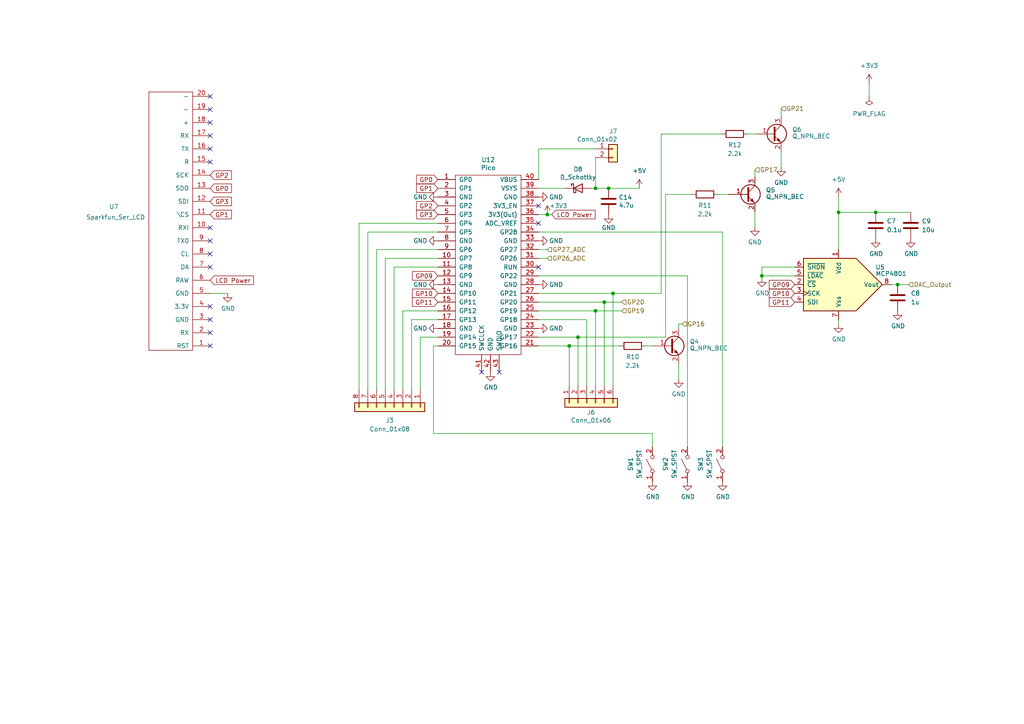
<source format=kicad_sch>
(kicad_sch (version 20211123) (generator eeschema)

  (uuid a045bc4f-7a97-4964-b618-6786fcaa6219)

  (paper "A4")

  (title_block
    (title "Microcontroller and User Interface")
    (date "2023-12-18")
  )

  (lib_symbols
    (symbol "Analog_DAC:MCP4801" (pin_names (offset 1.016)) (in_bom yes) (on_board yes)
      (property "Reference" "U" (id 0) (at 1.27 10.795 0)
        (effects (font (size 1.27 1.27)) (justify left))
      )
      (property "Value" "MCP4801" (id 1) (at 1.27 8.89 0)
        (effects (font (size 1.27 1.27)) (justify left))
      )
      (property "Footprint" "" (id 2) (at 22.86 -2.54 0)
        (effects (font (size 1.27 1.27)) hide)
      )
      (property "Datasheet" "http://ww1.microchip.com/downloads/en/DeviceDoc/22244B.pdf" (id 3) (at 22.86 -2.54 0)
        (effects (font (size 1.27 1.27)) hide)
      )
      (property "ki_keywords" "8-Bit DAC SPI Reference 1ch" (id 4) (at 0 0 0)
        (effects (font (size 1.27 1.27)) hide)
      )
      (property "ki_description" "8-Bit D/A Converters with SPI Interface, internal Reference (2.048V)" (id 5) (at 0 0 0)
        (effects (font (size 1.27 1.27)) hide)
      )
      (property "ki_fp_filters" "DIP*W7.62mm* MSOP*3x3mm*P0.65mm* SOIC*3.9x4.9mm*P1.27mm*" (id 6) (at 0 0 0)
        (effects (font (size 1.27 1.27)) hide)
      )
      (symbol "MCP4801_0_0"
        (polyline
          (pts
            (xy 12.7 0)
            (xy 5.08 7.62)
            (xy -10.16 7.62)
            (xy -10.16 -7.62)
            (xy 5.08 -7.62)
            (xy 12.7 0)
          )
          (stroke (width 0.254) (type default) (color 0 0 0 0))
          (fill (type background))
        )
      )
      (symbol "MCP4801_1_1"
        (pin power_in line (at 0 10.16 270) (length 2.54)
          (name "Vdd" (effects (font (size 1.27 1.27))))
          (number "1" (effects (font (size 1.27 1.27))))
        )
        (pin input line (at -12.7 0 0) (length 2.54)
          (name "~{CS}" (effects (font (size 1.27 1.27))))
          (number "2" (effects (font (size 1.27 1.27))))
        )
        (pin input clock (at -12.7 -2.54 0) (length 2.54)
          (name "SCK" (effects (font (size 1.27 1.27))))
          (number "3" (effects (font (size 1.27 1.27))))
        )
        (pin input line (at -12.7 -5.08 0) (length 2.54)
          (name "SDI" (effects (font (size 1.27 1.27))))
          (number "4" (effects (font (size 1.27 1.27))))
        )
        (pin input line (at -12.7 2.54 0) (length 2.54)
          (name "~{LDAC}" (effects (font (size 1.27 1.27))))
          (number "5" (effects (font (size 1.27 1.27))))
        )
        (pin input line (at -12.7 5.08 0) (length 2.54)
          (name "~{SHDN}" (effects (font (size 1.27 1.27))))
          (number "6" (effects (font (size 1.27 1.27))))
        )
        (pin power_in line (at 0 -10.16 90) (length 2.54)
          (name "Vss" (effects (font (size 1.27 1.27))))
          (number "7" (effects (font (size 1.27 1.27))))
        )
        (pin output line (at 15.24 0 180) (length 2.54)
          (name "Vout" (effects (font (size 1.27 1.27))))
          (number "8" (effects (font (size 1.27 1.27))))
        )
      )
    )
    (symbol "Connector_Generic:Conn_01x02" (pin_names (offset 1.016) hide) (in_bom yes) (on_board yes)
      (property "Reference" "J" (id 0) (at 0 2.54 0)
        (effects (font (size 1.27 1.27)))
      )
      (property "Value" "Conn_01x02" (id 1) (at 0 -5.08 0)
        (effects (font (size 1.27 1.27)))
      )
      (property "Footprint" "" (id 2) (at 0 0 0)
        (effects (font (size 1.27 1.27)) hide)
      )
      (property "Datasheet" "~" (id 3) (at 0 0 0)
        (effects (font (size 1.27 1.27)) hide)
      )
      (property "ki_keywords" "connector" (id 4) (at 0 0 0)
        (effects (font (size 1.27 1.27)) hide)
      )
      (property "ki_description" "Generic connector, single row, 01x02, script generated (kicad-library-utils/schlib/autogen/connector/)" (id 5) (at 0 0 0)
        (effects (font (size 1.27 1.27)) hide)
      )
      (property "ki_fp_filters" "Connector*:*_1x??_*" (id 6) (at 0 0 0)
        (effects (font (size 1.27 1.27)) hide)
      )
      (symbol "Conn_01x02_1_1"
        (rectangle (start -1.27 -2.413) (end 0 -2.667)
          (stroke (width 0.1524) (type default) (color 0 0 0 0))
          (fill (type none))
        )
        (rectangle (start -1.27 0.127) (end 0 -0.127)
          (stroke (width 0.1524) (type default) (color 0 0 0 0))
          (fill (type none))
        )
        (rectangle (start -1.27 1.27) (end 1.27 -3.81)
          (stroke (width 0.254) (type default) (color 0 0 0 0))
          (fill (type background))
        )
        (pin passive line (at -5.08 0 0) (length 3.81)
          (name "Pin_1" (effects (font (size 1.27 1.27))))
          (number "1" (effects (font (size 1.27 1.27))))
        )
        (pin passive line (at -5.08 -2.54 0) (length 3.81)
          (name "Pin_2" (effects (font (size 1.27 1.27))))
          (number "2" (effects (font (size 1.27 1.27))))
        )
      )
    )
    (symbol "Connector_Generic:Conn_01x06" (pin_names (offset 1.016) hide) (in_bom yes) (on_board yes)
      (property "Reference" "J" (id 0) (at 0 7.62 0)
        (effects (font (size 1.27 1.27)))
      )
      (property "Value" "Conn_01x06" (id 1) (at 0 -10.16 0)
        (effects (font (size 1.27 1.27)))
      )
      (property "Footprint" "" (id 2) (at 0 0 0)
        (effects (font (size 1.27 1.27)) hide)
      )
      (property "Datasheet" "~" (id 3) (at 0 0 0)
        (effects (font (size 1.27 1.27)) hide)
      )
      (property "ki_keywords" "connector" (id 4) (at 0 0 0)
        (effects (font (size 1.27 1.27)) hide)
      )
      (property "ki_description" "Generic connector, single row, 01x06, script generated (kicad-library-utils/schlib/autogen/connector/)" (id 5) (at 0 0 0)
        (effects (font (size 1.27 1.27)) hide)
      )
      (property "ki_fp_filters" "Connector*:*_1x??_*" (id 6) (at 0 0 0)
        (effects (font (size 1.27 1.27)) hide)
      )
      (symbol "Conn_01x06_1_1"
        (rectangle (start -1.27 -7.493) (end 0 -7.747)
          (stroke (width 0.1524) (type default) (color 0 0 0 0))
          (fill (type none))
        )
        (rectangle (start -1.27 -4.953) (end 0 -5.207)
          (stroke (width 0.1524) (type default) (color 0 0 0 0))
          (fill (type none))
        )
        (rectangle (start -1.27 -2.413) (end 0 -2.667)
          (stroke (width 0.1524) (type default) (color 0 0 0 0))
          (fill (type none))
        )
        (rectangle (start -1.27 0.127) (end 0 -0.127)
          (stroke (width 0.1524) (type default) (color 0 0 0 0))
          (fill (type none))
        )
        (rectangle (start -1.27 2.667) (end 0 2.413)
          (stroke (width 0.1524) (type default) (color 0 0 0 0))
          (fill (type none))
        )
        (rectangle (start -1.27 5.207) (end 0 4.953)
          (stroke (width 0.1524) (type default) (color 0 0 0 0))
          (fill (type none))
        )
        (rectangle (start -1.27 6.35) (end 1.27 -8.89)
          (stroke (width 0.254) (type default) (color 0 0 0 0))
          (fill (type background))
        )
        (pin passive line (at -5.08 5.08 0) (length 3.81)
          (name "Pin_1" (effects (font (size 1.27 1.27))))
          (number "1" (effects (font (size 1.27 1.27))))
        )
        (pin passive line (at -5.08 2.54 0) (length 3.81)
          (name "Pin_2" (effects (font (size 1.27 1.27))))
          (number "2" (effects (font (size 1.27 1.27))))
        )
        (pin passive line (at -5.08 0 0) (length 3.81)
          (name "Pin_3" (effects (font (size 1.27 1.27))))
          (number "3" (effects (font (size 1.27 1.27))))
        )
        (pin passive line (at -5.08 -2.54 0) (length 3.81)
          (name "Pin_4" (effects (font (size 1.27 1.27))))
          (number "4" (effects (font (size 1.27 1.27))))
        )
        (pin passive line (at -5.08 -5.08 0) (length 3.81)
          (name "Pin_5" (effects (font (size 1.27 1.27))))
          (number "5" (effects (font (size 1.27 1.27))))
        )
        (pin passive line (at -5.08 -7.62 0) (length 3.81)
          (name "Pin_6" (effects (font (size 1.27 1.27))))
          (number "6" (effects (font (size 1.27 1.27))))
        )
      )
    )
    (symbol "Connector_Generic:Conn_01x08" (pin_names (offset 1.016) hide) (in_bom yes) (on_board yes)
      (property "Reference" "J" (id 0) (at 0 10.16 0)
        (effects (font (size 1.27 1.27)))
      )
      (property "Value" "Conn_01x08" (id 1) (at 0 -12.7 0)
        (effects (font (size 1.27 1.27)))
      )
      (property "Footprint" "" (id 2) (at 0 0 0)
        (effects (font (size 1.27 1.27)) hide)
      )
      (property "Datasheet" "~" (id 3) (at 0 0 0)
        (effects (font (size 1.27 1.27)) hide)
      )
      (property "ki_keywords" "connector" (id 4) (at 0 0 0)
        (effects (font (size 1.27 1.27)) hide)
      )
      (property "ki_description" "Generic connector, single row, 01x08, script generated (kicad-library-utils/schlib/autogen/connector/)" (id 5) (at 0 0 0)
        (effects (font (size 1.27 1.27)) hide)
      )
      (property "ki_fp_filters" "Connector*:*_1x??_*" (id 6) (at 0 0 0)
        (effects (font (size 1.27 1.27)) hide)
      )
      (symbol "Conn_01x08_1_1"
        (rectangle (start -1.27 -10.033) (end 0 -10.287)
          (stroke (width 0.1524) (type default) (color 0 0 0 0))
          (fill (type none))
        )
        (rectangle (start -1.27 -7.493) (end 0 -7.747)
          (stroke (width 0.1524) (type default) (color 0 0 0 0))
          (fill (type none))
        )
        (rectangle (start -1.27 -4.953) (end 0 -5.207)
          (stroke (width 0.1524) (type default) (color 0 0 0 0))
          (fill (type none))
        )
        (rectangle (start -1.27 -2.413) (end 0 -2.667)
          (stroke (width 0.1524) (type default) (color 0 0 0 0))
          (fill (type none))
        )
        (rectangle (start -1.27 0.127) (end 0 -0.127)
          (stroke (width 0.1524) (type default) (color 0 0 0 0))
          (fill (type none))
        )
        (rectangle (start -1.27 2.667) (end 0 2.413)
          (stroke (width 0.1524) (type default) (color 0 0 0 0))
          (fill (type none))
        )
        (rectangle (start -1.27 5.207) (end 0 4.953)
          (stroke (width 0.1524) (type default) (color 0 0 0 0))
          (fill (type none))
        )
        (rectangle (start -1.27 7.747) (end 0 7.493)
          (stroke (width 0.1524) (type default) (color 0 0 0 0))
          (fill (type none))
        )
        (rectangle (start -1.27 8.89) (end 1.27 -11.43)
          (stroke (width 0.254) (type default) (color 0 0 0 0))
          (fill (type background))
        )
        (pin passive line (at -5.08 7.62 0) (length 3.81)
          (name "Pin_1" (effects (font (size 1.27 1.27))))
          (number "1" (effects (font (size 1.27 1.27))))
        )
        (pin passive line (at -5.08 5.08 0) (length 3.81)
          (name "Pin_2" (effects (font (size 1.27 1.27))))
          (number "2" (effects (font (size 1.27 1.27))))
        )
        (pin passive line (at -5.08 2.54 0) (length 3.81)
          (name "Pin_3" (effects (font (size 1.27 1.27))))
          (number "3" (effects (font (size 1.27 1.27))))
        )
        (pin passive line (at -5.08 0 0) (length 3.81)
          (name "Pin_4" (effects (font (size 1.27 1.27))))
          (number "4" (effects (font (size 1.27 1.27))))
        )
        (pin passive line (at -5.08 -2.54 0) (length 3.81)
          (name "Pin_5" (effects (font (size 1.27 1.27))))
          (number "5" (effects (font (size 1.27 1.27))))
        )
        (pin passive line (at -5.08 -5.08 0) (length 3.81)
          (name "Pin_6" (effects (font (size 1.27 1.27))))
          (number "6" (effects (font (size 1.27 1.27))))
        )
        (pin passive line (at -5.08 -7.62 0) (length 3.81)
          (name "Pin_7" (effects (font (size 1.27 1.27))))
          (number "7" (effects (font (size 1.27 1.27))))
        )
        (pin passive line (at -5.08 -10.16 0) (length 3.81)
          (name "Pin_8" (effects (font (size 1.27 1.27))))
          (number "8" (effects (font (size 1.27 1.27))))
        )
      )
    )
    (symbol "Device:C" (pin_numbers hide) (pin_names (offset 0.254)) (in_bom yes) (on_board yes)
      (property "Reference" "C" (id 0) (at 0.635 2.54 0)
        (effects (font (size 1.27 1.27)) (justify left))
      )
      (property "Value" "C" (id 1) (at 0.635 -2.54 0)
        (effects (font (size 1.27 1.27)) (justify left))
      )
      (property "Footprint" "" (id 2) (at 0.9652 -3.81 0)
        (effects (font (size 1.27 1.27)) hide)
      )
      (property "Datasheet" "~" (id 3) (at 0 0 0)
        (effects (font (size 1.27 1.27)) hide)
      )
      (property "ki_keywords" "cap capacitor" (id 4) (at 0 0 0)
        (effects (font (size 1.27 1.27)) hide)
      )
      (property "ki_description" "Unpolarized capacitor" (id 5) (at 0 0 0)
        (effects (font (size 1.27 1.27)) hide)
      )
      (property "ki_fp_filters" "C_*" (id 6) (at 0 0 0)
        (effects (font (size 1.27 1.27)) hide)
      )
      (symbol "C_0_1"
        (polyline
          (pts
            (xy -2.032 -0.762)
            (xy 2.032 -0.762)
          )
          (stroke (width 0.508) (type default) (color 0 0 0 0))
          (fill (type none))
        )
        (polyline
          (pts
            (xy -2.032 0.762)
            (xy 2.032 0.762)
          )
          (stroke (width 0.508) (type default) (color 0 0 0 0))
          (fill (type none))
        )
      )
      (symbol "C_1_1"
        (pin passive line (at 0 3.81 270) (length 2.794)
          (name "~" (effects (font (size 1.27 1.27))))
          (number "1" (effects (font (size 1.27 1.27))))
        )
        (pin passive line (at 0 -3.81 90) (length 2.794)
          (name "~" (effects (font (size 1.27 1.27))))
          (number "2" (effects (font (size 1.27 1.27))))
        )
      )
    )
    (symbol "Device:D_Schottky" (pin_numbers hide) (pin_names (offset 1.016) hide) (in_bom yes) (on_board yes)
      (property "Reference" "D" (id 0) (at 0 2.54 0)
        (effects (font (size 1.27 1.27)))
      )
      (property "Value" "D_Schottky" (id 1) (at 0 -2.54 0)
        (effects (font (size 1.27 1.27)))
      )
      (property "Footprint" "" (id 2) (at 0 0 0)
        (effects (font (size 1.27 1.27)) hide)
      )
      (property "Datasheet" "~" (id 3) (at 0 0 0)
        (effects (font (size 1.27 1.27)) hide)
      )
      (property "ki_keywords" "diode Schottky" (id 4) (at 0 0 0)
        (effects (font (size 1.27 1.27)) hide)
      )
      (property "ki_description" "Schottky diode" (id 5) (at 0 0 0)
        (effects (font (size 1.27 1.27)) hide)
      )
      (property "ki_fp_filters" "TO-???* *_Diode_* *SingleDiode* D_*" (id 6) (at 0 0 0)
        (effects (font (size 1.27 1.27)) hide)
      )
      (symbol "D_Schottky_0_1"
        (polyline
          (pts
            (xy 1.27 0)
            (xy -1.27 0)
          )
          (stroke (width 0) (type default) (color 0 0 0 0))
          (fill (type none))
        )
        (polyline
          (pts
            (xy 1.27 1.27)
            (xy 1.27 -1.27)
            (xy -1.27 0)
            (xy 1.27 1.27)
          )
          (stroke (width 0.254) (type default) (color 0 0 0 0))
          (fill (type none))
        )
        (polyline
          (pts
            (xy -1.905 0.635)
            (xy -1.905 1.27)
            (xy -1.27 1.27)
            (xy -1.27 -1.27)
            (xy -0.635 -1.27)
            (xy -0.635 -0.635)
          )
          (stroke (width 0.254) (type default) (color 0 0 0 0))
          (fill (type none))
        )
      )
      (symbol "D_Schottky_1_1"
        (pin passive line (at -3.81 0 0) (length 2.54)
          (name "K" (effects (font (size 1.27 1.27))))
          (number "1" (effects (font (size 1.27 1.27))))
        )
        (pin passive line (at 3.81 0 180) (length 2.54)
          (name "A" (effects (font (size 1.27 1.27))))
          (number "2" (effects (font (size 1.27 1.27))))
        )
      )
    )
    (symbol "Device:Q_NPN_BEC" (pin_names (offset 0) hide) (in_bom yes) (on_board yes)
      (property "Reference" "Q" (id 0) (at 5.08 1.27 0)
        (effects (font (size 1.27 1.27)) (justify left))
      )
      (property "Value" "Q_NPN_BEC" (id 1) (at 5.08 -1.27 0)
        (effects (font (size 1.27 1.27)) (justify left))
      )
      (property "Footprint" "" (id 2) (at 5.08 2.54 0)
        (effects (font (size 1.27 1.27)) hide)
      )
      (property "Datasheet" "~" (id 3) (at 0 0 0)
        (effects (font (size 1.27 1.27)) hide)
      )
      (property "ki_keywords" "transistor NPN" (id 4) (at 0 0 0)
        (effects (font (size 1.27 1.27)) hide)
      )
      (property "ki_description" "NPN transistor, base/emitter/collector" (id 5) (at 0 0 0)
        (effects (font (size 1.27 1.27)) hide)
      )
      (symbol "Q_NPN_BEC_0_1"
        (polyline
          (pts
            (xy 0.635 0.635)
            (xy 2.54 2.54)
          )
          (stroke (width 0) (type default) (color 0 0 0 0))
          (fill (type none))
        )
        (polyline
          (pts
            (xy 0.635 -0.635)
            (xy 2.54 -2.54)
            (xy 2.54 -2.54)
          )
          (stroke (width 0) (type default) (color 0 0 0 0))
          (fill (type none))
        )
        (polyline
          (pts
            (xy 0.635 1.905)
            (xy 0.635 -1.905)
            (xy 0.635 -1.905)
          )
          (stroke (width 0.508) (type default) (color 0 0 0 0))
          (fill (type none))
        )
        (polyline
          (pts
            (xy 1.27 -1.778)
            (xy 1.778 -1.27)
            (xy 2.286 -2.286)
            (xy 1.27 -1.778)
            (xy 1.27 -1.778)
          )
          (stroke (width 0) (type default) (color 0 0 0 0))
          (fill (type outline))
        )
        (circle (center 1.27 0) (radius 2.8194)
          (stroke (width 0.254) (type default) (color 0 0 0 0))
          (fill (type none))
        )
      )
      (symbol "Q_NPN_BEC_1_1"
        (pin input line (at -5.08 0 0) (length 5.715)
          (name "B" (effects (font (size 1.27 1.27))))
          (number "1" (effects (font (size 1.27 1.27))))
        )
        (pin passive line (at 2.54 -5.08 90) (length 2.54)
          (name "E" (effects (font (size 1.27 1.27))))
          (number "2" (effects (font (size 1.27 1.27))))
        )
        (pin passive line (at 2.54 5.08 270) (length 2.54)
          (name "C" (effects (font (size 1.27 1.27))))
          (number "3" (effects (font (size 1.27 1.27))))
        )
      )
    )
    (symbol "Device:R" (pin_numbers hide) (pin_names (offset 0)) (in_bom yes) (on_board yes)
      (property "Reference" "R" (id 0) (at 2.032 0 90)
        (effects (font (size 1.27 1.27)))
      )
      (property "Value" "R" (id 1) (at 0 0 90)
        (effects (font (size 1.27 1.27)))
      )
      (property "Footprint" "" (id 2) (at -1.778 0 90)
        (effects (font (size 1.27 1.27)) hide)
      )
      (property "Datasheet" "~" (id 3) (at 0 0 0)
        (effects (font (size 1.27 1.27)) hide)
      )
      (property "ki_keywords" "R res resistor" (id 4) (at 0 0 0)
        (effects (font (size 1.27 1.27)) hide)
      )
      (property "ki_description" "Resistor" (id 5) (at 0 0 0)
        (effects (font (size 1.27 1.27)) hide)
      )
      (property "ki_fp_filters" "R_*" (id 6) (at 0 0 0)
        (effects (font (size 1.27 1.27)) hide)
      )
      (symbol "R_0_1"
        (rectangle (start -1.016 -2.54) (end 1.016 2.54)
          (stroke (width 0.254) (type default) (color 0 0 0 0))
          (fill (type none))
        )
      )
      (symbol "R_1_1"
        (pin passive line (at 0 3.81 270) (length 1.27)
          (name "~" (effects (font (size 1.27 1.27))))
          (number "1" (effects (font (size 1.27 1.27))))
        )
        (pin passive line (at 0 -3.81 90) (length 1.27)
          (name "~" (effects (font (size 1.27 1.27))))
          (number "2" (effects (font (size 1.27 1.27))))
        )
      )
    )
    (symbol "Switch:SW_SPST" (pin_names (offset 0) hide) (in_bom yes) (on_board yes)
      (property "Reference" "SW" (id 0) (at 0 3.175 0)
        (effects (font (size 1.27 1.27)))
      )
      (property "Value" "SW_SPST" (id 1) (at 0 -2.54 0)
        (effects (font (size 1.27 1.27)))
      )
      (property "Footprint" "" (id 2) (at 0 0 0)
        (effects (font (size 1.27 1.27)) hide)
      )
      (property "Datasheet" "~" (id 3) (at 0 0 0)
        (effects (font (size 1.27 1.27)) hide)
      )
      (property "ki_keywords" "switch lever" (id 4) (at 0 0 0)
        (effects (font (size 1.27 1.27)) hide)
      )
      (property "ki_description" "Single Pole Single Throw (SPST) switch" (id 5) (at 0 0 0)
        (effects (font (size 1.27 1.27)) hide)
      )
      (symbol "SW_SPST_0_0"
        (circle (center -2.032 0) (radius 0.508)
          (stroke (width 0) (type default) (color 0 0 0 0))
          (fill (type none))
        )
        (polyline
          (pts
            (xy -1.524 0.254)
            (xy 1.524 1.778)
          )
          (stroke (width 0) (type default) (color 0 0 0 0))
          (fill (type none))
        )
        (circle (center 2.032 0) (radius 0.508)
          (stroke (width 0) (type default) (color 0 0 0 0))
          (fill (type none))
        )
      )
      (symbol "SW_SPST_1_1"
        (pin passive line (at -5.08 0 0) (length 2.54)
          (name "A" (effects (font (size 1.27 1.27))))
          (number "1" (effects (font (size 1.27 1.27))))
        )
        (pin passive line (at 5.08 0 180) (length 2.54)
          (name "B" (effects (font (size 1.27 1.27))))
          (number "2" (effects (font (size 1.27 1.27))))
        )
      )
    )
    (symbol "TurbopumpLibrary:Pico" (pin_names (offset 1.016)) (in_bom yes) (on_board yes)
      (property "Reference" "U12" (id 0) (at -0.635 5.715 0)
        (effects (font (size 1.27 1.27)))
      )
      (property "Value" "Pico" (id 1) (at -0.635 3.4036 0)
        (effects (font (size 1.27 1.27)))
      )
      (property "Footprint" "MCU_RaspberryPi_and_Boards:RPi_Pico_SMD_TH" (id 2) (at 0 0 0)
        (effects (font (size 1.27 1.27)) hide)
      )
      (property "Datasheet" "" (id 3) (at 0 0 0)
        (effects (font (size 1.27 1.27)) hide)
      )
      (symbol "Pico_0_1"
        (rectangle (start -10.16 1.27) (end 8.89 -50.8)
          (stroke (width 0) (type default) (color 0 0 0 0))
          (fill (type none))
        )
      )
      (symbol "Pico_1_1"
        (pin bidirectional line (at -15.24 0 0) (length 5.08)
          (name "GP0" (effects (font (size 1.27 1.27))))
          (number "1" (effects (font (size 1.27 1.27))))
        )
        (pin bidirectional line (at -15.24 -22.86 0) (length 5.08)
          (name "GP7" (effects (font (size 1.27 1.27))))
          (number "10" (effects (font (size 1.27 1.27))))
        )
        (pin bidirectional line (at -15.24 -25.4 0) (length 5.08)
          (name "GP8" (effects (font (size 1.27 1.27))))
          (number "11" (effects (font (size 1.27 1.27))))
        )
        (pin bidirectional line (at -15.24 -27.94 0) (length 5.08)
          (name "GP9" (effects (font (size 1.27 1.27))))
          (number "12" (effects (font (size 1.27 1.27))))
        )
        (pin power_in line (at -15.24 -30.48 0) (length 5.08)
          (name "GND" (effects (font (size 1.27 1.27))))
          (number "13" (effects (font (size 1.27 1.27))))
        )
        (pin bidirectional line (at -15.24 -33.02 0) (length 5.08)
          (name "GP10" (effects (font (size 1.27 1.27))))
          (number "14" (effects (font (size 1.27 1.27))))
        )
        (pin bidirectional line (at -15.24 -35.56 0) (length 5.08)
          (name "GP11" (effects (font (size 1.27 1.27))))
          (number "15" (effects (font (size 1.27 1.27))))
        )
        (pin bidirectional line (at -15.24 -38.1 0) (length 5.08)
          (name "GP12" (effects (font (size 1.27 1.27))))
          (number "16" (effects (font (size 1.27 1.27))))
        )
        (pin bidirectional line (at -15.24 -40.64 0) (length 5.08)
          (name "GP13" (effects (font (size 1.27 1.27))))
          (number "17" (effects (font (size 1.27 1.27))))
        )
        (pin power_in line (at -15.24 -43.18 0) (length 5.08)
          (name "GND" (effects (font (size 1.27 1.27))))
          (number "18" (effects (font (size 1.27 1.27))))
        )
        (pin bidirectional line (at -15.24 -45.72 0) (length 5.08)
          (name "GP14" (effects (font (size 1.27 1.27))))
          (number "19" (effects (font (size 1.27 1.27))))
        )
        (pin bidirectional line (at -15.24 -2.54 0) (length 5.08)
          (name "GP1" (effects (font (size 1.27 1.27))))
          (number "2" (effects (font (size 1.27 1.27))))
        )
        (pin bidirectional line (at -15.24 -48.26 0) (length 5.08)
          (name "GP15" (effects (font (size 1.27 1.27))))
          (number "20" (effects (font (size 1.27 1.27))))
        )
        (pin bidirectional line (at 13.97 -48.26 180) (length 5.08)
          (name "GP16" (effects (font (size 1.27 1.27))))
          (number "21" (effects (font (size 1.27 1.27))))
        )
        (pin bidirectional line (at 13.97 -45.72 180) (length 5.08)
          (name "GP17" (effects (font (size 1.27 1.27))))
          (number "22" (effects (font (size 1.27 1.27))))
        )
        (pin power_in line (at 13.97 -43.18 180) (length 5.08)
          (name "GND" (effects (font (size 1.27 1.27))))
          (number "23" (effects (font (size 1.27 1.27))))
        )
        (pin bidirectional line (at 13.97 -40.64 180) (length 5.08)
          (name "GP18" (effects (font (size 1.27 1.27))))
          (number "24" (effects (font (size 1.27 1.27))))
        )
        (pin bidirectional line (at 13.97 -38.1 180) (length 5.08)
          (name "GP19" (effects (font (size 1.27 1.27))))
          (number "25" (effects (font (size 1.27 1.27))))
        )
        (pin bidirectional line (at 13.97 -35.56 180) (length 5.08)
          (name "GP20" (effects (font (size 1.27 1.27))))
          (number "26" (effects (font (size 1.27 1.27))))
        )
        (pin bidirectional line (at 13.97 -33.02 180) (length 5.08)
          (name "GP21" (effects (font (size 1.27 1.27))))
          (number "27" (effects (font (size 1.27 1.27))))
        )
        (pin power_in line (at 13.97 -30.48 180) (length 5.08)
          (name "GND" (effects (font (size 1.27 1.27))))
          (number "28" (effects (font (size 1.27 1.27))))
        )
        (pin bidirectional line (at 13.97 -27.94 180) (length 5.08)
          (name "GP22" (effects (font (size 1.27 1.27))))
          (number "29" (effects (font (size 1.27 1.27))))
        )
        (pin power_in line (at -15.24 -5.08 0) (length 5.08)
          (name "GND" (effects (font (size 1.27 1.27))))
          (number "3" (effects (font (size 1.27 1.27))))
        )
        (pin bidirectional line (at 13.97 -25.4 180) (length 5.08)
          (name "RUN" (effects (font (size 1.27 1.27))))
          (number "30" (effects (font (size 1.27 1.27))))
        )
        (pin bidirectional line (at 13.97 -22.86 180) (length 5.08)
          (name "GP26" (effects (font (size 1.27 1.27))))
          (number "31" (effects (font (size 1.27 1.27))))
        )
        (pin bidirectional line (at 13.97 -20.32 180) (length 5.08)
          (name "GP27" (effects (font (size 1.27 1.27))))
          (number "32" (effects (font (size 1.27 1.27))))
        )
        (pin bidirectional line (at 13.97 -17.78 180) (length 5.08)
          (name "GND" (effects (font (size 1.27 1.27))))
          (number "33" (effects (font (size 1.27 1.27))))
        )
        (pin bidirectional line (at 13.97 -15.24 180) (length 5.08)
          (name "GP28" (effects (font (size 1.27 1.27))))
          (number "34" (effects (font (size 1.27 1.27))))
        )
        (pin bidirectional line (at 13.97 -12.7 180) (length 5.08)
          (name "ADC_VREF" (effects (font (size 1.27 1.27))))
          (number "35" (effects (font (size 1.27 1.27))))
        )
        (pin bidirectional line (at 13.97 -10.16 180) (length 5.08)
          (name "3V3(Out)" (effects (font (size 1.27 1.27))))
          (number "36" (effects (font (size 1.27 1.27))))
        )
        (pin bidirectional line (at 13.97 -7.62 180) (length 5.08)
          (name "3V3_EN" (effects (font (size 1.27 1.27))))
          (number "37" (effects (font (size 1.27 1.27))))
        )
        (pin bidirectional line (at 13.97 -5.08 180) (length 5.08)
          (name "GND" (effects (font (size 1.27 1.27))))
          (number "38" (effects (font (size 1.27 1.27))))
        )
        (pin bidirectional line (at 13.97 -2.54 180) (length 5.08)
          (name "VSYS" (effects (font (size 1.27 1.27))))
          (number "39" (effects (font (size 1.27 1.27))))
        )
        (pin bidirectional line (at -15.24 -7.62 0) (length 5.08)
          (name "GP2" (effects (font (size 1.27 1.27))))
          (number "4" (effects (font (size 1.27 1.27))))
        )
        (pin bidirectional line (at 13.97 0 180) (length 5.08)
          (name "VBUS" (effects (font (size 1.27 1.27))))
          (number "40" (effects (font (size 1.27 1.27))))
        )
        (pin output line (at -2.54 -55.88 90) (length 5.08)
          (name "SWCLCK" (effects (font (size 1.27 1.27))))
          (number "41" (effects (font (size 1.27 1.27))))
        )
        (pin power_in line (at 0 -55.88 90) (length 5.08)
          (name "GND" (effects (font (size 1.27 1.27))))
          (number "42" (effects (font (size 1.27 1.27))))
        )
        (pin output line (at 2.54 -55.88 90) (length 5.08)
          (name "SWDIO" (effects (font (size 1.27 1.27))))
          (number "43" (effects (font (size 1.27 1.27))))
        )
        (pin bidirectional line (at -15.24 -10.16 0) (length 5.08)
          (name "GP3" (effects (font (size 1.27 1.27))))
          (number "5" (effects (font (size 1.27 1.27))))
        )
        (pin bidirectional line (at -15.24 -12.7 0) (length 5.08)
          (name "GP4" (effects (font (size 1.27 1.27))))
          (number "6" (effects (font (size 1.27 1.27))))
        )
        (pin bidirectional line (at -15.24 -15.24 0) (length 5.08)
          (name "GP5" (effects (font (size 1.27 1.27))))
          (number "7" (effects (font (size 1.27 1.27))))
        )
        (pin power_in line (at -15.24 -17.78 0) (length 5.08)
          (name "GND" (effects (font (size 1.27 1.27))))
          (number "8" (effects (font (size 1.27 1.27))))
        )
        (pin bidirectional line (at -15.24 -20.32 0) (length 5.08)
          (name "GP6" (effects (font (size 1.27 1.27))))
          (number "9" (effects (font (size 1.27 1.27))))
        )
      )
    )
    (symbol "TurbopumpLibrary:Sparkfun_Ser_LCD" (pin_names (offset 1.016)) (in_bom yes) (on_board yes)
      (property "Reference" "U7" (id 0) (at 1.27 -39.37 90)
        (effects (font (size 1.27 1.27)))
      )
      (property "Value" "Sparkfun_Ser_LCD" (id 1) (at 1.27 -41.6814 90)
        (effects (font (size 1.27 1.27)))
      )
      (property "Footprint" "Sparkfun_Displays:LCD-16X2" (id 2) (at 0 0 0)
        (effects (font (size 1.27 1.27)) hide)
      )
      (property "Datasheet" "" (id 3) (at 0 0 0)
        (effects (font (size 1.27 1.27)) hide)
      )
      (symbol "Sparkfun_Ser_LCD_0_1"
        (rectangle (start -36.83 5.08) (end 38.1 -7.62)
          (stroke (width 0) (type default) (color 0 0 0 0))
          (fill (type none))
        )
      )
      (symbol "Sparkfun_Ser_LCD_1_1"
        (pin output line (at -35.56 -12.7 90) (length 5.08)
          (name "RST" (effects (font (size 1.27 1.27))))
          (number "1" (effects (font (size 1.27 1.27))))
        )
        (pin bidirectional line (at -1.27 -12.7 90) (length 5.08)
          (name "RXI" (effects (font (size 1.27 1.27))))
          (number "10" (effects (font (size 1.27 1.27))))
        )
        (pin bidirectional line (at 2.54 -12.7 90) (length 5.08)
          (name "\\CS" (effects (font (size 1.27 1.27))))
          (number "11" (effects (font (size 1.27 1.27))))
        )
        (pin bidirectional line (at 6.35 -12.7 90) (length 5.08)
          (name "SDI" (effects (font (size 1.27 1.27))))
          (number "12" (effects (font (size 1.27 1.27))))
        )
        (pin bidirectional line (at 10.16 -12.7 90) (length 5.08)
          (name "SDO" (effects (font (size 1.27 1.27))))
          (number "13" (effects (font (size 1.27 1.27))))
        )
        (pin bidirectional line (at 13.97 -12.7 90) (length 5.08)
          (name "SCK" (effects (font (size 1.27 1.27))))
          (number "14" (effects (font (size 1.27 1.27))))
        )
        (pin bidirectional line (at 17.78 -12.7 90) (length 5.08)
          (name "R" (effects (font (size 1.27 1.27))))
          (number "15" (effects (font (size 1.27 1.27))))
        )
        (pin bidirectional line (at 21.59 -12.7 90) (length 5.08)
          (name "TX" (effects (font (size 1.27 1.27))))
          (number "16" (effects (font (size 1.27 1.27))))
        )
        (pin bidirectional line (at 25.4 -12.7 90) (length 5.08)
          (name "RX" (effects (font (size 1.27 1.27))))
          (number "17" (effects (font (size 1.27 1.27))))
        )
        (pin bidirectional line (at 29.21 -12.7 90) (length 5.08)
          (name "+" (effects (font (size 1.27 1.27))))
          (number "18" (effects (font (size 1.27 1.27))))
        )
        (pin bidirectional line (at 33.02 -12.7 90) (length 5.08)
          (name "-" (effects (font (size 1.27 1.27))))
          (number "19" (effects (font (size 1.27 1.27))))
        )
        (pin output line (at -31.75 -12.7 90) (length 5.08)
          (name "RX" (effects (font (size 1.27 1.27))))
          (number "2" (effects (font (size 1.27 1.27))))
        )
        (pin bidirectional line (at 36.83 -12.7 90) (length 5.08)
          (name "-" (effects (font (size 1.27 1.27))))
          (number "20" (effects (font (size 1.27 1.27))))
        )
        (pin power_in line (at -27.94 -12.7 90) (length 5.08)
          (name "GND" (effects (font (size 1.27 1.27))))
          (number "3" (effects (font (size 1.27 1.27))))
        )
        (pin power_in line (at -24.13 -12.7 90) (length 5.08)
          (name "3.3V" (effects (font (size 1.27 1.27))))
          (number "4" (effects (font (size 1.27 1.27))))
        )
        (pin power_in line (at -20.32 -12.7 90) (length 5.08)
          (name "GND" (effects (font (size 1.27 1.27))))
          (number "5" (effects (font (size 1.27 1.27))))
        )
        (pin power_in line (at -16.51 -12.7 90) (length 5.08)
          (name "RAW" (effects (font (size 1.27 1.27))))
          (number "6" (effects (font (size 1.27 1.27))))
        )
        (pin bidirectional line (at -12.7 -12.7 90) (length 5.08)
          (name "DA" (effects (font (size 1.27 1.27))))
          (number "7" (effects (font (size 1.27 1.27))))
        )
        (pin bidirectional line (at -8.89 -12.7 90) (length 5.08)
          (name "CL" (effects (font (size 1.27 1.27))))
          (number "8" (effects (font (size 1.27 1.27))))
        )
        (pin bidirectional line (at -5.08 -12.7 90) (length 5.08)
          (name "TX0" (effects (font (size 1.27 1.27))))
          (number "9" (effects (font (size 1.27 1.27))))
        )
      )
    )
    (symbol "power:+3.3V" (power) (pin_names (offset 0)) (in_bom yes) (on_board yes)
      (property "Reference" "#PWR" (id 0) (at 0 -3.81 0)
        (effects (font (size 1.27 1.27)) hide)
      )
      (property "Value" "+3.3V" (id 1) (at 0 3.556 0)
        (effects (font (size 1.27 1.27)))
      )
      (property "Footprint" "" (id 2) (at 0 0 0)
        (effects (font (size 1.27 1.27)) hide)
      )
      (property "Datasheet" "" (id 3) (at 0 0 0)
        (effects (font (size 1.27 1.27)) hide)
      )
      (property "ki_keywords" "power-flag" (id 4) (at 0 0 0)
        (effects (font (size 1.27 1.27)) hide)
      )
      (property "ki_description" "Power symbol creates a global label with name \"+3.3V\"" (id 5) (at 0 0 0)
        (effects (font (size 1.27 1.27)) hide)
      )
      (symbol "+3.3V_0_1"
        (polyline
          (pts
            (xy -0.762 1.27)
            (xy 0 2.54)
          )
          (stroke (width 0) (type default) (color 0 0 0 0))
          (fill (type none))
        )
        (polyline
          (pts
            (xy 0 0)
            (xy 0 2.54)
          )
          (stroke (width 0) (type default) (color 0 0 0 0))
          (fill (type none))
        )
        (polyline
          (pts
            (xy 0 2.54)
            (xy 0.762 1.27)
          )
          (stroke (width 0) (type default) (color 0 0 0 0))
          (fill (type none))
        )
      )
      (symbol "+3.3V_1_1"
        (pin power_in line (at 0 0 90) (length 0) hide
          (name "+3V3" (effects (font (size 1.27 1.27))))
          (number "1" (effects (font (size 1.27 1.27))))
        )
      )
    )
    (symbol "power:+5V" (power) (pin_names (offset 0)) (in_bom yes) (on_board yes)
      (property "Reference" "#PWR" (id 0) (at 0 -3.81 0)
        (effects (font (size 1.27 1.27)) hide)
      )
      (property "Value" "+5V" (id 1) (at 0 3.556 0)
        (effects (font (size 1.27 1.27)))
      )
      (property "Footprint" "" (id 2) (at 0 0 0)
        (effects (font (size 1.27 1.27)) hide)
      )
      (property "Datasheet" "" (id 3) (at 0 0 0)
        (effects (font (size 1.27 1.27)) hide)
      )
      (property "ki_keywords" "power-flag" (id 4) (at 0 0 0)
        (effects (font (size 1.27 1.27)) hide)
      )
      (property "ki_description" "Power symbol creates a global label with name \"+5V\"" (id 5) (at 0 0 0)
        (effects (font (size 1.27 1.27)) hide)
      )
      (symbol "+5V_0_1"
        (polyline
          (pts
            (xy -0.762 1.27)
            (xy 0 2.54)
          )
          (stroke (width 0) (type default) (color 0 0 0 0))
          (fill (type none))
        )
        (polyline
          (pts
            (xy 0 0)
            (xy 0 2.54)
          )
          (stroke (width 0) (type default) (color 0 0 0 0))
          (fill (type none))
        )
        (polyline
          (pts
            (xy 0 2.54)
            (xy 0.762 1.27)
          )
          (stroke (width 0) (type default) (color 0 0 0 0))
          (fill (type none))
        )
      )
      (symbol "+5V_1_1"
        (pin power_in line (at 0 0 90) (length 0) hide
          (name "+5V" (effects (font (size 1.27 1.27))))
          (number "1" (effects (font (size 1.27 1.27))))
        )
      )
    )
    (symbol "power:GND" (power) (pin_names (offset 0)) (in_bom yes) (on_board yes)
      (property "Reference" "#PWR" (id 0) (at 0 -6.35 0)
        (effects (font (size 1.27 1.27)) hide)
      )
      (property "Value" "GND" (id 1) (at 0 -3.81 0)
        (effects (font (size 1.27 1.27)))
      )
      (property "Footprint" "" (id 2) (at 0 0 0)
        (effects (font (size 1.27 1.27)) hide)
      )
      (property "Datasheet" "" (id 3) (at 0 0 0)
        (effects (font (size 1.27 1.27)) hide)
      )
      (property "ki_keywords" "power-flag" (id 4) (at 0 0 0)
        (effects (font (size 1.27 1.27)) hide)
      )
      (property "ki_description" "Power symbol creates a global label with name \"GND\" , ground" (id 5) (at 0 0 0)
        (effects (font (size 1.27 1.27)) hide)
      )
      (symbol "GND_0_1"
        (polyline
          (pts
            (xy 0 0)
            (xy 0 -1.27)
            (xy 1.27 -1.27)
            (xy 0 -2.54)
            (xy -1.27 -1.27)
            (xy 0 -1.27)
          )
          (stroke (width 0) (type default) (color 0 0 0 0))
          (fill (type none))
        )
      )
      (symbol "GND_1_1"
        (pin power_in line (at 0 0 270) (length 0) hide
          (name "GND" (effects (font (size 1.27 1.27))))
          (number "1" (effects (font (size 1.27 1.27))))
        )
      )
    )
    (symbol "power:PWR_FLAG" (power) (pin_numbers hide) (pin_names (offset 0) hide) (in_bom yes) (on_board yes)
      (property "Reference" "#FLG" (id 0) (at 0 1.905 0)
        (effects (font (size 1.27 1.27)) hide)
      )
      (property "Value" "PWR_FLAG" (id 1) (at 0 3.81 0)
        (effects (font (size 1.27 1.27)))
      )
      (property "Footprint" "" (id 2) (at 0 0 0)
        (effects (font (size 1.27 1.27)) hide)
      )
      (property "Datasheet" "~" (id 3) (at 0 0 0)
        (effects (font (size 1.27 1.27)) hide)
      )
      (property "ki_keywords" "power-flag" (id 4) (at 0 0 0)
        (effects (font (size 1.27 1.27)) hide)
      )
      (property "ki_description" "Special symbol for telling ERC where power comes from" (id 5) (at 0 0 0)
        (effects (font (size 1.27 1.27)) hide)
      )
      (symbol "PWR_FLAG_0_0"
        (pin power_out line (at 0 0 90) (length 0)
          (name "pwr" (effects (font (size 1.27 1.27))))
          (number "1" (effects (font (size 1.27 1.27))))
        )
      )
      (symbol "PWR_FLAG_0_1"
        (polyline
          (pts
            (xy 0 0)
            (xy 0 1.27)
            (xy -1.016 1.905)
            (xy 0 2.54)
            (xy 1.016 1.905)
            (xy 0 1.27)
          )
          (stroke (width 0) (type default) (color 0 0 0 0))
          (fill (type none))
        )
      )
    )
  )

  (junction (at 177.8 85.09) (diameter 0) (color 0 0 0 0)
    (uuid 01f0ee92-8370-4f3c-89b6-7fd682d63f3b)
  )
  (junction (at 158.75 62.23) (diameter 0) (color 0 0 0 0)
    (uuid 163ac06b-ed3e-414d-bd9f-de98063de5fe)
  )
  (junction (at 172.72 54.61) (diameter 0) (color 0 0 0 0)
    (uuid 186f92e3-504d-4e7a-8e9b-85a15722aaa7)
  )
  (junction (at 165.1 100.33) (diameter 0) (color 0 0 0 0)
    (uuid 2ebaca54-7a88-4611-8d3d-5d4e824eacb8)
  )
  (junction (at 254 61.595) (diameter 0) (color 0 0 0 0)
    (uuid 31fa6ec2-fbe9-4a22-bbe4-4c2fd35aad8b)
  )
  (junction (at 167.64 97.79) (diameter 0) (color 0 0 0 0)
    (uuid 42c4a244-e561-491e-8a55-264043d0c71d)
  )
  (junction (at 175.26 87.63) (diameter 0) (color 0 0 0 0)
    (uuid 6e93bc72-6fdb-4320-867d-15b6bce31848)
  )
  (junction (at 176.53 54.61) (diameter 0) (color 0 0 0 0)
    (uuid 72d2f135-050e-4071-af14-6ae368859666)
  )
  (junction (at 243.205 61.595) (diameter 0) (color 0 0 0 0)
    (uuid 866f03f3-52c1-4d84-af35-9484fad6624c)
  )
  (junction (at 172.72 90.17) (diameter 0) (color 0 0 0 0)
    (uuid a56d266d-cc1a-4a35-a010-4a78246861a3)
  )
  (junction (at 260.35 82.55) (diameter 0) (color 0 0 0 0)
    (uuid dbffb460-cb22-4026-8882-5b64f860c018)
  )
  (junction (at 220.98 80.01) (diameter 0) (color 0 0 0 0)
    (uuid f93355c6-c4f3-47b8-8cf2-44e747eb9381)
  )

  (no_connect (at 60.96 43.18) (uuid 050528e9-f759-4ea4-a10a-5a0f3d42b215))
  (no_connect (at 156.21 77.47) (uuid 1c38080c-53bc-4c63-9bc7-299cebfba1ab))
  (no_connect (at 60.96 96.52) (uuid 1f8037f0-c567-4aad-a5d4-8eaadc3f9ba9))
  (no_connect (at 144.78 107.95) (uuid 49bcdca0-1ffa-4d10-a7ca-7aafbc696a8b))
  (no_connect (at 139.7 107.95) (uuid 7194ca41-cadc-4664-87f8-818bafe58027))
  (no_connect (at 156.21 59.69) (uuid 7a039f06-678f-40c8-b870-08fb57cc3957))
  (no_connect (at 60.96 66.04) (uuid 8213f9f8-090d-4c4f-8d1a-224eca3372c4))
  (no_connect (at 60.96 31.75) (uuid 878bd4f5-74e8-4f7f-9042-01c9cb6cf892))
  (no_connect (at 60.96 92.71) (uuid 89b71531-3f23-40ce-9d1c-179b530ba500))
  (no_connect (at 60.96 35.56) (uuid 9ae22097-42e9-43c6-ac19-13f9d1b5fe71))
  (no_connect (at 60.96 69.85) (uuid a011bbc1-926b-4fc5-99f1-6dfbdaa05bd5))
  (no_connect (at 60.96 77.47) (uuid a229f397-6337-4741-8e97-2ef6792009d0))
  (no_connect (at 60.96 88.9) (uuid ab23fbeb-3f53-4d57-aa4d-3aa2a47b8faa))
  (no_connect (at 60.96 39.37) (uuid bebaddb6-1a58-47a7-bf78-16d1116b7c44))
  (no_connect (at 60.96 73.66) (uuid c311f7d4-2b33-4ed5-9fc0-9c3251590349))
  (no_connect (at 60.96 100.33) (uuid caa3a53f-0e33-4e0f-827d-836d9bb38b7e))
  (no_connect (at 60.96 46.99) (uuid ccd258cc-c815-41a8-99d5-ca4f8a9e7507))
  (no_connect (at 60.96 27.94) (uuid d1a888ce-91e9-441f-a241-0933788ed915))
  (no_connect (at 156.21 64.77) (uuid e5d71746-850d-4fc6-8681-71fd181b672e))

  (wire (pts (xy 243.205 61.595) (xy 254 61.595))
    (stroke (width 0) (type default) (color 0 0 0 0))
    (uuid 0023cf35-0b71-472a-9179-9e39137582b6)
  )
  (wire (pts (xy 156.21 100.33) (xy 165.1 100.33))
    (stroke (width 0) (type default) (color 0 0 0 0))
    (uuid 06c01538-d1f5-414b-9db4-35e2c6c3e545)
  )
  (wire (pts (xy 125.73 100.33) (xy 125.73 125.73))
    (stroke (width 0) (type default) (color 0 0 0 0))
    (uuid 14839dd7-65b3-4732-af22-e43d1543331f)
  )
  (wire (pts (xy 172.72 45.72) (xy 172.72 54.61))
    (stroke (width 0) (type default) (color 0 0 0 0))
    (uuid 196258df-c159-4719-a6a4-7b7c9d2700d0)
  )
  (wire (pts (xy 156.21 74.93) (xy 158.75 74.93))
    (stroke (width 0) (type default) (color 0 0 0 0))
    (uuid 196dc7cc-2002-4ef7-aa21-1ebe9baa2b0c)
  )
  (wire (pts (xy 197.866 93.98) (xy 196.85 93.98))
    (stroke (width 0) (type default) (color 0 0 0 0))
    (uuid 1cb6defe-b629-4401-aa9c-7e4336ea204f)
  )
  (wire (pts (xy 116.84 90.17) (xy 116.84 113.03))
    (stroke (width 0) (type default) (color 0 0 0 0))
    (uuid 1d10e3b5-77fc-4e90-a7e8-0e1e22094f8b)
  )
  (wire (pts (xy 226.568 43.942) (xy 226.568 48.514))
    (stroke (width 0) (type default) (color 0 0 0 0))
    (uuid 203409ac-1b4f-4c5a-bc90-f464cc7c866a)
  )
  (wire (pts (xy 171.45 54.61) (xy 172.72 54.61))
    (stroke (width 0) (type default) (color 0 0 0 0))
    (uuid 20a304f9-7d12-4cbf-ad39-d9dc89fda5b2)
  )
  (wire (pts (xy 172.72 90.17) (xy 172.72 111.76))
    (stroke (width 0) (type default) (color 0 0 0 0))
    (uuid 21753e31-89cb-4cdb-b871-0d879aa48ad4)
  )
  (wire (pts (xy 156.21 87.63) (xy 175.26 87.63))
    (stroke (width 0) (type default) (color 0 0 0 0))
    (uuid 2765163c-321a-493c-b643-44b8fb88affc)
  )
  (wire (pts (xy 199.39 129.54) (xy 199.39 80.01))
    (stroke (width 0) (type default) (color 0 0 0 0))
    (uuid 2a9e3ecd-8428-4364-83d9-3f21c0ce67ce)
  )
  (wire (pts (xy 114.3 77.47) (xy 127 77.47))
    (stroke (width 0) (type default) (color 0 0 0 0))
    (uuid 2b8ed6e7-1ca5-439f-aa44-2d06840deb89)
  )
  (wire (pts (xy 191.77 85.09) (xy 191.77 38.862))
    (stroke (width 0) (type default) (color 0 0 0 0))
    (uuid 340b4034-c8cb-4706-b4d8-9d785af25496)
  )
  (wire (pts (xy 125.73 125.73) (xy 189.23 125.73))
    (stroke (width 0) (type default) (color 0 0 0 0))
    (uuid 35763533-a23d-4d94-9164-d81e69c394c8)
  )
  (wire (pts (xy 119.38 92.71) (xy 119.38 113.03))
    (stroke (width 0) (type default) (color 0 0 0 0))
    (uuid 358f0bbe-cc47-4fa1-b3c8-33af74d9515f)
  )
  (wire (pts (xy 156.21 67.31) (xy 209.55 67.31))
    (stroke (width 0) (type default) (color 0 0 0 0))
    (uuid 396a67b9-3d12-4636-a677-c1889dfe1619)
  )
  (wire (pts (xy 158.75 62.23) (xy 160.02 62.23))
    (stroke (width 0) (type default) (color 0 0 0 0))
    (uuid 469c8656-f0d2-4648-b419-8e24bce469f5)
  )
  (wire (pts (xy 230.505 77.47) (xy 220.98 77.47))
    (stroke (width 0) (type default) (color 0 0 0 0))
    (uuid 4af9cf7c-3290-4463-b29c-df3809a12259)
  )
  (wire (pts (xy 209.55 67.31) (xy 209.55 129.54))
    (stroke (width 0) (type default) (color 0 0 0 0))
    (uuid 4c643dce-100f-4b56-bdb2-ac6bae57173a)
  )
  (wire (pts (xy 127 100.33) (xy 125.73 100.33))
    (stroke (width 0) (type default) (color 0 0 0 0))
    (uuid 4cd43737-e0fb-4311-8f0e-336c05458c36)
  )
  (wire (pts (xy 156.21 43.18) (xy 156.21 52.07))
    (stroke (width 0) (type default) (color 0 0 0 0))
    (uuid 4df15bfb-e0c2-493b-b567-ffea028202b3)
  )
  (wire (pts (xy 175.26 87.63) (xy 175.26 111.76))
    (stroke (width 0) (type default) (color 0 0 0 0))
    (uuid 52180af1-269c-4de7-8c23-c81d3c92498d)
  )
  (wire (pts (xy 156.21 54.61) (xy 163.83 54.61))
    (stroke (width 0) (type default) (color 0 0 0 0))
    (uuid 55b717b8-5f1c-41b7-94e0-f6c077b348f7)
  )
  (wire (pts (xy 218.948 49.276) (xy 218.948 51.308))
    (stroke (width 0) (type default) (color 0 0 0 0))
    (uuid 5b2bfe13-5e69-4e99-8337-7a91092b1bd2)
  )
  (wire (pts (xy 156.21 92.71) (xy 170.18 92.71))
    (stroke (width 0) (type default) (color 0 0 0 0))
    (uuid 5fd80892-5ce0-4dab-871f-108c46a74f08)
  )
  (wire (pts (xy 260.35 82.55) (xy 263.525 82.55))
    (stroke (width 0) (type default) (color 0 0 0 0))
    (uuid 60a45efb-6144-4c6b-8e5e-43fe0df6ea48)
  )
  (wire (pts (xy 216.916 38.862) (xy 218.948 38.862))
    (stroke (width 0) (type default) (color 0 0 0 0))
    (uuid 65be3752-c048-4be8-b85d-4bf45688c33c)
  )
  (wire (pts (xy 167.64 97.79) (xy 193.04 97.79))
    (stroke (width 0) (type default) (color 0 0 0 0))
    (uuid 68284e11-9e1e-4b2f-b33a-0317420d7976)
  )
  (wire (pts (xy 218.948 61.468) (xy 218.948 65.786))
    (stroke (width 0) (type default) (color 0 0 0 0))
    (uuid 6ab0aac6-7822-4bdc-a19f-b9a7d84612fe)
  )
  (wire (pts (xy 156.21 97.79) (xy 167.64 97.79))
    (stroke (width 0) (type default) (color 0 0 0 0))
    (uuid 6bf6a1d4-a7a4-442e-9f43-e022f538b925)
  )
  (wire (pts (xy 156.21 72.39) (xy 158.75 72.39))
    (stroke (width 0) (type default) (color 0 0 0 0))
    (uuid 6ec093fe-42aa-4ab2-928e-7e29ea4eb7bd)
  )
  (wire (pts (xy 172.72 90.17) (xy 156.21 90.17))
    (stroke (width 0) (type default) (color 0 0 0 0))
    (uuid 6f04cde0-d929-4c6a-9216-7498954adf45)
  )
  (wire (pts (xy 189.23 125.73) (xy 189.23 129.54))
    (stroke (width 0) (type default) (color 0 0 0 0))
    (uuid 718b60e0-1dca-4f35-b247-b1d5951b2d59)
  )
  (wire (pts (xy 172.72 54.61) (xy 176.53 54.61))
    (stroke (width 0) (type default) (color 0 0 0 0))
    (uuid 75cd5efb-f3a0-4014-bcff-419850831502)
  )
  (wire (pts (xy 111.76 74.93) (xy 111.76 113.03))
    (stroke (width 0) (type default) (color 0 0 0 0))
    (uuid 7729b1f8-1b54-4aa4-bd83-82f33487cf95)
  )
  (wire (pts (xy 127 74.93) (xy 111.76 74.93))
    (stroke (width 0) (type default) (color 0 0 0 0))
    (uuid 7aa3d2dc-829b-4e0d-9241-1009a1ae2642)
  )
  (wire (pts (xy 167.64 97.79) (xy 167.64 111.76))
    (stroke (width 0) (type default) (color 0 0 0 0))
    (uuid 7e31bd13-ef57-4277-bd73-35a080f899d4)
  )
  (wire (pts (xy 254 61.595) (xy 264.16 61.595))
    (stroke (width 0) (type default) (color 0 0 0 0))
    (uuid 87c405fd-d8bf-4780-a6a7-c5fa681da281)
  )
  (wire (pts (xy 127 97.79) (xy 121.92 97.79))
    (stroke (width 0) (type default) (color 0 0 0 0))
    (uuid 87fc4532-eb24-4999-bab7-583fed6257aa)
  )
  (wire (pts (xy 127 92.71) (xy 119.38 92.71))
    (stroke (width 0) (type default) (color 0 0 0 0))
    (uuid 89754d71-2a03-4b69-a77c-3e48799d6a68)
  )
  (wire (pts (xy 109.22 72.39) (xy 109.22 113.03))
    (stroke (width 0) (type default) (color 0 0 0 0))
    (uuid 8c583ea0-61cf-445e-842f-11d1957e3068)
  )
  (wire (pts (xy 165.1 100.33) (xy 179.705 100.33))
    (stroke (width 0) (type default) (color 0 0 0 0))
    (uuid 8ec55c79-9e5c-46cf-aad2-f159e97db2a4)
  )
  (wire (pts (xy 170.18 92.71) (xy 170.18 111.76))
    (stroke (width 0) (type default) (color 0 0 0 0))
    (uuid 8ec9bad6-5272-4e0c-b297-83cfaac9859a)
  )
  (wire (pts (xy 258.445 82.55) (xy 260.35 82.55))
    (stroke (width 0) (type default) (color 0 0 0 0))
    (uuid 951d9387-5517-4792-9565-bfe77378a5c5)
  )
  (wire (pts (xy 243.205 92.71) (xy 243.205 93.98))
    (stroke (width 0) (type default) (color 0 0 0 0))
    (uuid 97ea4552-d6b7-4189-bfcd-ea870edc4d10)
  )
  (wire (pts (xy 226.568 31.496) (xy 226.568 33.782))
    (stroke (width 0) (type default) (color 0 0 0 0))
    (uuid 98b53900-337b-4fee-bbfd-996eb01d6e08)
  )
  (wire (pts (xy 106.68 67.31) (xy 106.68 113.03))
    (stroke (width 0) (type default) (color 0 0 0 0))
    (uuid a15587ba-943a-4ecc-980f-cd29e42dda9a)
  )
  (wire (pts (xy 187.325 100.33) (xy 189.23 100.33))
    (stroke (width 0) (type default) (color 0 0 0 0))
    (uuid a1cdcc6c-273b-401f-becd-56c665f13be9)
  )
  (wire (pts (xy 121.92 97.79) (xy 121.92 113.03))
    (stroke (width 0) (type default) (color 0 0 0 0))
    (uuid a26d2835-70aa-40ae-a354-c5b960d7b19c)
  )
  (wire (pts (xy 220.98 80.01) (xy 220.98 80.645))
    (stroke (width 0) (type default) (color 0 0 0 0))
    (uuid a7d86c63-b62d-46da-9059-f95a1ab205e9)
  )
  (wire (pts (xy 172.72 43.18) (xy 156.21 43.18))
    (stroke (width 0) (type default) (color 0 0 0 0))
    (uuid a9a7f20a-67fb-4089-9e4b-a88f04dd64b1)
  )
  (wire (pts (xy 114.3 113.03) (xy 114.3 77.47))
    (stroke (width 0) (type default) (color 0 0 0 0))
    (uuid ad01516b-203c-4d15-85fa-84b2107fa925)
  )
  (wire (pts (xy 172.72 90.17) (xy 180.34 90.17))
    (stroke (width 0) (type default) (color 0 0 0 0))
    (uuid adfe0764-11a5-4f80-b2e6-4f1b51e1ec38)
  )
  (wire (pts (xy 243.205 61.595) (xy 243.205 72.39))
    (stroke (width 0) (type default) (color 0 0 0 0))
    (uuid b0dcb1fe-2f1a-42bb-9d2b-124d1502f8cc)
  )
  (wire (pts (xy 165.1 100.33) (xy 165.1 111.76))
    (stroke (width 0) (type default) (color 0 0 0 0))
    (uuid b3bd5624-0c05-422b-bbac-b94219a9d054)
  )
  (wire (pts (xy 196.85 105.41) (xy 196.85 109.855))
    (stroke (width 0) (type default) (color 0 0 0 0))
    (uuid bb309b72-37ec-457f-8367-4b863d288de7)
  )
  (wire (pts (xy 220.98 77.47) (xy 220.98 80.01))
    (stroke (width 0) (type default) (color 0 0 0 0))
    (uuid bb68613d-5b4e-4348-8152-06e124ab3779)
  )
  (wire (pts (xy 106.68 67.31) (xy 127 67.31))
    (stroke (width 0) (type default) (color 0 0 0 0))
    (uuid c16db9c1-be82-42e5-bda5-7702c9a3ecd5)
  )
  (wire (pts (xy 156.21 62.23) (xy 158.75 62.23))
    (stroke (width 0) (type default) (color 0 0 0 0))
    (uuid c31f1f2d-ba70-47e5-8b15-d45c68773bf0)
  )
  (wire (pts (xy 60.96 85.09) (xy 66.04 85.09))
    (stroke (width 0) (type default) (color 0 0 0 0))
    (uuid c97a0c48-9a5e-4f36-beed-ae24b606f572)
  )
  (wire (pts (xy 196.85 93.98) (xy 196.85 95.25))
    (stroke (width 0) (type default) (color 0 0 0 0))
    (uuid d090fa1c-9005-4897-98ea-cab5c8b7c05a)
  )
  (wire (pts (xy 243.205 57.15) (xy 243.205 61.595))
    (stroke (width 0) (type default) (color 0 0 0 0))
    (uuid d36e819b-7af6-4e24-bd69-021e7186d17b)
  )
  (wire (pts (xy 230.505 80.01) (xy 220.98 80.01))
    (stroke (width 0) (type default) (color 0 0 0 0))
    (uuid d3f9188b-a9dc-4794-bc13-0c9b4396d346)
  )
  (wire (pts (xy 177.8 85.09) (xy 191.77 85.09))
    (stroke (width 0) (type default) (color 0 0 0 0))
    (uuid d64f9cfb-91d6-4afd-85a6-fededa0aadb6)
  )
  (wire (pts (xy 191.77 38.862) (xy 209.296 38.862))
    (stroke (width 0) (type default) (color 0 0 0 0))
    (uuid d69cecd1-c5ea-4e91-bcfe-6a13e2848019)
  )
  (wire (pts (xy 193.04 56.388) (xy 200.66 56.388))
    (stroke (width 0) (type default) (color 0 0 0 0))
    (uuid dde40358-35fb-480d-8241-0f1b63900960)
  )
  (wire (pts (xy 252.095 24.13) (xy 252.095 27.94))
    (stroke (width 0) (type default) (color 0 0 0 0))
    (uuid e5e1edfe-effd-4be1-8aa6-59a483c9624b)
  )
  (wire (pts (xy 156.21 85.09) (xy 177.8 85.09))
    (stroke (width 0) (type default) (color 0 0 0 0))
    (uuid e6c17b5d-75ac-4b8e-8351-ef6aba133410)
  )
  (wire (pts (xy 127 64.77) (xy 104.14 64.77))
    (stroke (width 0) (type default) (color 0 0 0 0))
    (uuid f079dd57-eecf-4e1c-82e4-1b3b5426090d)
  )
  (wire (pts (xy 104.14 64.77) (xy 104.14 113.03))
    (stroke (width 0) (type default) (color 0 0 0 0))
    (uuid f0edd96f-66ad-4d05-9573-70fda1df0956)
  )
  (wire (pts (xy 193.04 97.79) (xy 193.04 56.388))
    (stroke (width 0) (type default) (color 0 0 0 0))
    (uuid f2d9f3ce-6f5c-4a84-99c7-17db739f9c3a)
  )
  (wire (pts (xy 177.8 85.09) (xy 177.8 111.76))
    (stroke (width 0) (type default) (color 0 0 0 0))
    (uuid f4e86ff6-21a4-4ec6-83bc-520c9ef6b44c)
  )
  (wire (pts (xy 127 72.39) (xy 109.22 72.39))
    (stroke (width 0) (type default) (color 0 0 0 0))
    (uuid f5760dcf-3aa3-446c-a697-cb64ba919f24)
  )
  (wire (pts (xy 175.26 87.63) (xy 180.34 87.63))
    (stroke (width 0) (type default) (color 0 0 0 0))
    (uuid f5a7ceda-7c6b-4bc9-948c-1a1ac3fab18e)
  )
  (wire (pts (xy 127 90.17) (xy 116.84 90.17))
    (stroke (width 0) (type default) (color 0 0 0 0))
    (uuid f848ccda-2b24-4baf-b0e3-63349154f6da)
  )
  (wire (pts (xy 199.39 80.01) (xy 156.21 80.01))
    (stroke (width 0) (type default) (color 0 0 0 0))
    (uuid f8e0574e-0457-4897-adc9-5fc26958b68d)
  )
  (wire (pts (xy 176.53 54.61) (xy 185.42 54.61))
    (stroke (width 0) (type default) (color 0 0 0 0))
    (uuid f9e407b4-eeea-4cb5-bf07-f2ee8eef022f)
  )
  (wire (pts (xy 208.28 56.388) (xy 211.328 56.388))
    (stroke (width 0) (type default) (color 0 0 0 0))
    (uuid fff9679d-86d3-4485-bbd3-38e9a8ade29d)
  )

  (global_label "GP2" (shape input) (at 60.96 50.8 0) (fields_autoplaced)
    (effects (font (size 1.27 1.27)) (justify left))
    (uuid 06f9ed68-2a30-4e51-be10-04c60b82114b)
    (property "Intersheet References" "${INTERSHEET_REFS}" (id 0) (at 67.0337 50.7206 0)
      (effects (font (size 1.27 1.27)) (justify left) hide)
    )
  )
  (global_label "GP1" (shape input) (at 60.96 62.23 0) (fields_autoplaced)
    (effects (font (size 1.27 1.27)) (justify left))
    (uuid 184e7551-7f74-4558-81af-7bb53b5ce80d)
    (property "Intersheet References" "${INTERSHEET_REFS}" (id 0) (at 67.0337 62.1506 0)
      (effects (font (size 1.27 1.27)) (justify left) hide)
    )
  )
  (global_label "GP10" (shape input) (at 127 85.09 180) (fields_autoplaced)
    (effects (font (size 1.27 1.27)) (justify right))
    (uuid 33846afa-b513-41fb-9187-eab94f0cfd25)
    (property "Intersheet References" "${INTERSHEET_REFS}" (id 0) (at 119.7168 85.0106 0)
      (effects (font (size 1.27 1.27)) (justify right) hide)
    )
  )
  (global_label "GP11" (shape input) (at 127 87.63 180) (fields_autoplaced)
    (effects (font (size 1.27 1.27)) (justify right))
    (uuid 36f0ac5d-089c-4f45-b35d-6c26f3ffb8b7)
    (property "Intersheet References" "${INTERSHEET_REFS}" (id 0) (at 119.7168 87.5506 0)
      (effects (font (size 1.27 1.27)) (justify right) hide)
    )
  )
  (global_label "GP0" (shape input) (at 127 52.07 180) (fields_autoplaced)
    (effects (font (size 1.27 1.27)) (justify right))
    (uuid 6258135a-fe2c-42d2-a6de-56f3336767ea)
    (property "Intersheet References" "${INTERSHEET_REFS}" (id 0) (at 120.9263 52.1494 0)
      (effects (font (size 1.27 1.27)) (justify right) hide)
    )
  )
  (global_label "GP1" (shape input) (at 127 54.61 180) (fields_autoplaced)
    (effects (font (size 1.27 1.27)) (justify right))
    (uuid 871d02a8-6b58-40fb-83f8-c60d5d72ec30)
    (property "Intersheet References" "${INTERSHEET_REFS}" (id 0) (at 120.9263 54.6894 0)
      (effects (font (size 1.27 1.27)) (justify right) hide)
    )
  )
  (global_label "GP11" (shape input) (at 230.505 87.63 180) (fields_autoplaced)
    (effects (font (size 1.27 1.27)) (justify right))
    (uuid 9cebe17d-a9ac-4a34-994c-80b67e98167a)
    (property "Intersheet References" "${INTERSHEET_REFS}" (id 0) (at 223.2218 87.5506 0)
      (effects (font (size 1.27 1.27)) (justify right) hide)
    )
  )
  (global_label "GP3" (shape input) (at 127 62.23 180) (fields_autoplaced)
    (effects (font (size 1.27 1.27)) (justify right))
    (uuid ae9b80d9-dc2a-4ca6-b037-6464b260e374)
    (property "Intersheet References" "${INTERSHEET_REFS}" (id 0) (at 120.9263 62.3094 0)
      (effects (font (size 1.27 1.27)) (justify right) hide)
    )
  )
  (global_label "LCD Power" (shape input) (at 60.96 81.28 0) (fields_autoplaced)
    (effects (font (size 1.27 1.27)) (justify left))
    (uuid af53b8e2-f72d-45f5-867d-e170a601d6d0)
    (property "Intersheet References" "${INTERSHEET_REFS}" (id 0) (at 73.4442 81.2006 0)
      (effects (font (size 1.27 1.27)) (justify left) hide)
    )
  )
  (global_label "GP10" (shape input) (at 230.505 85.09 180) (fields_autoplaced)
    (effects (font (size 1.27 1.27)) (justify right))
    (uuid c64bb5cd-946b-4a5d-9c7d-551fffc48097)
    (property "Intersheet References" "${INTERSHEET_REFS}" (id 0) (at 223.2218 85.0106 0)
      (effects (font (size 1.27 1.27)) (justify right) hide)
    )
  )
  (global_label "GP2" (shape input) (at 127 59.69 180) (fields_autoplaced)
    (effects (font (size 1.27 1.27)) (justify right))
    (uuid ca21ec25-ca4d-456b-80f4-9d7f874439a4)
    (property "Intersheet References" "${INTERSHEET_REFS}" (id 0) (at 120.9263 59.7694 0)
      (effects (font (size 1.27 1.27)) (justify right) hide)
    )
  )
  (global_label "GP09" (shape input) (at 127 80.01 180) (fields_autoplaced)
    (effects (font (size 1.27 1.27)) (justify right))
    (uuid ccf8cb49-b348-4936-8a2d-234a4e881695)
    (property "Intersheet References" "${INTERSHEET_REFS}" (id 0) (at 119.7168 79.9306 0)
      (effects (font (size 1.27 1.27)) (justify right) hide)
    )
  )
  (global_label "GP3" (shape input) (at 60.96 58.42 0) (fields_autoplaced)
    (effects (font (size 1.27 1.27)) (justify left))
    (uuid d8fecec7-ca82-40dd-a8ce-622e33bf1e98)
    (property "Intersheet References" "${INTERSHEET_REFS}" (id 0) (at 67.0337 58.3406 0)
      (effects (font (size 1.27 1.27)) (justify left) hide)
    )
  )
  (global_label "LCD Power" (shape input) (at 160.02 62.23 0) (fields_autoplaced)
    (effects (font (size 1.27 1.27)) (justify left))
    (uuid e3f3bb88-02db-4b75-9fd6-c36bc109e4ed)
    (property "Intersheet References" "${INTERSHEET_REFS}" (id 0) (at 172.5042 62.1506 0)
      (effects (font (size 1.27 1.27)) (justify left) hide)
    )
  )
  (global_label "GP09" (shape input) (at 230.505 82.55 180) (fields_autoplaced)
    (effects (font (size 1.27 1.27)) (justify right))
    (uuid e76fb22f-7f9b-4e40-a6a2-e0e90c408b5e)
    (property "Intersheet References" "${INTERSHEET_REFS}" (id 0) (at 223.2218 82.4706 0)
      (effects (font (size 1.27 1.27)) (justify right) hide)
    )
  )
  (global_label "GP0" (shape input) (at 60.96 54.61 0) (fields_autoplaced)
    (effects (font (size 1.27 1.27)) (justify left))
    (uuid f0ac656c-e5ff-41dc-81d5-f3b0474c18ef)
    (property "Intersheet References" "${INTERSHEET_REFS}" (id 0) (at 67.0337 54.5306 0)
      (effects (font (size 1.27 1.27)) (justify left) hide)
    )
  )

  (hierarchical_label "GP26_ADC" (shape input) (at 158.75 74.93 0)
    (effects (font (size 1.27 1.27)) (justify left))
    (uuid 3ed0c364-0be8-4003-a5c5-ddf770f8a2eb)
  )
  (hierarchical_label "GP16" (shape input) (at 197.866 93.98 0)
    (effects (font (size 1.27 1.27)) (justify left))
    (uuid 6de39fe3-f893-4d0c-8757-782a4afe516e)
  )
  (hierarchical_label "DAC_Output" (shape input) (at 263.525 82.55 0)
    (effects (font (size 1.27 1.27)) (justify left))
    (uuid 814d7b41-6cbf-4a63-8a79-041d5249ba1e)
  )
  (hierarchical_label "GP21" (shape input) (at 226.568 31.496 0)
    (effects (font (size 1.27 1.27)) (justify left))
    (uuid 8754e3db-6f54-47d4-b5d0-cade41e20ac7)
  )
  (hierarchical_label "GP27_ADC" (shape input) (at 158.75 72.39 0)
    (effects (font (size 1.27 1.27)) (justify left))
    (uuid 9628ba64-696e-4794-be88-a297bea2da0d)
  )
  (hierarchical_label "GP20" (shape input) (at 180.34 87.63 0)
    (effects (font (size 1.27 1.27)) (justify left))
    (uuid b58b860d-2d2a-4aea-a8d4-3cafc176c038)
  )
  (hierarchical_label "GP17" (shape input) (at 218.948 49.276 0)
    (effects (font (size 1.27 1.27)) (justify left))
    (uuid c288adb1-21cd-4094-b942-c8c4565c262e)
  )
  (hierarchical_label "GP19" (shape input) (at 180.34 90.17 0)
    (effects (font (size 1.27 1.27)) (justify left))
    (uuid deb742ff-0a7d-4225-b001-bb6cc32f8928)
  )

  (symbol (lib_id "Device:R") (at 213.106 38.862 90) (unit 1)
    (in_bom yes) (on_board yes)
    (uuid 00bbd537-bb1c-40d4-a224-af7de5d3214b)
    (property "Reference" "R12" (id 0) (at 213.106 42.037 90))
    (property "Value" "2.2k" (id 1) (at 213.106 44.577 90))
    (property "Footprint" "Resistor_SMD:R_0603_1608Metric" (id 2) (at 213.106 40.64 90)
      (effects (font (size 1.27 1.27)) hide)
    )
    (property "Datasheet" "~" (id 3) (at 213.106 38.862 0)
      (effects (font (size 1.27 1.27)) hide)
    )
    (pin "1" (uuid 49330dff-4aa0-49fe-9c6b-9bef8df6d962))
    (pin "2" (uuid 64145209-0e52-4b8b-a130-007c1b2d758d))
  )

  (symbol (lib_id "power:GND") (at 127 69.85 270) (unit 1)
    (in_bom yes) (on_board yes)
    (uuid 0992e06d-f158-4cb2-845d-3a64ac193b89)
    (property "Reference" "#PWR017" (id 0) (at 120.65 69.85 0)
      (effects (font (size 1.27 1.27)) hide)
    )
    (property "Value" "GND" (id 1) (at 121.92 69.85 90))
    (property "Footprint" "" (id 2) (at 127 69.85 0)
      (effects (font (size 1.27 1.27)) hide)
    )
    (property "Datasheet" "" (id 3) (at 127 69.85 0)
      (effects (font (size 1.27 1.27)) hide)
    )
    (pin "1" (uuid a604140e-3f99-44a5-8915-a9b7f07579ea))
  )

  (symbol (lib_id "power:GND") (at 199.39 139.7 0) (unit 1)
    (in_bom yes) (on_board yes)
    (uuid 0f427b71-0dc7-4edf-9d6c-287732a976c1)
    (property "Reference" "#PWR028" (id 0) (at 199.39 146.05 0)
      (effects (font (size 1.27 1.27)) hide)
    )
    (property "Value" "GND" (id 1) (at 199.517 144.0942 0))
    (property "Footprint" "" (id 2) (at 199.39 139.7 0)
      (effects (font (size 1.27 1.27)) hide)
    )
    (property "Datasheet" "" (id 3) (at 199.39 139.7 0)
      (effects (font (size 1.27 1.27)) hide)
    )
    (pin "1" (uuid 662b7065-394f-438e-8de0-8123777694b0))
  )

  (symbol (lib_id "power:PWR_FLAG") (at 252.095 27.94 180) (unit 1)
    (in_bom yes) (on_board yes) (fields_autoplaced)
    (uuid 211e976b-2999-4aa7-ab45-75f838909ab1)
    (property "Reference" "#FLG0101" (id 0) (at 252.095 29.845 0)
      (effects (font (size 1.27 1.27)) hide)
    )
    (property "Value" "PWR_FLAG" (id 1) (at 252.095 33.02 0))
    (property "Footprint" "" (id 2) (at 252.095 27.94 0)
      (effects (font (size 1.27 1.27)) hide)
    )
    (property "Datasheet" "~" (id 3) (at 252.095 27.94 0)
      (effects (font (size 1.27 1.27)) hide)
    )
    (pin "1" (uuid ca1729ac-c9bf-4a26-9cec-853fadbd0351))
  )

  (symbol (lib_id "Device:R") (at 183.515 100.33 90) (unit 1)
    (in_bom yes) (on_board yes)
    (uuid 2124405d-1bf4-45d5-aa3b-089033710c2e)
    (property "Reference" "R10" (id 0) (at 183.515 103.505 90))
    (property "Value" "2.2k" (id 1) (at 183.515 106.045 90))
    (property "Footprint" "Resistor_SMD:R_0603_1608Metric" (id 2) (at 183.515 102.108 90)
      (effects (font (size 1.27 1.27)) hide)
    )
    (property "Datasheet" "~" (id 3) (at 183.515 100.33 0)
      (effects (font (size 1.27 1.27)) hide)
    )
    (pin "1" (uuid 84f43a3d-73ec-4bc4-bc65-86016510415c))
    (pin "2" (uuid 82893fe9-ffbb-4918-9188-4a76bc8acacb))
  )

  (symbol (lib_id "Switch:SW_SPST") (at 209.55 134.62 90) (unit 1)
    (in_bom yes) (on_board yes) (fields_autoplaced)
    (uuid 28bdd4e4-4371-49d8-a3b9-788294ee4801)
    (property "Reference" "SW3" (id 0) (at 203.2 134.62 0))
    (property "Value" "SW_SPST" (id 1) (at 205.74 134.62 0))
    (property "Footprint" "Connector_PinSocket_2.54mm:PinSocket_1x02_P2.54mm_Vertical" (id 2) (at 209.55 134.62 0)
      (effects (font (size 1.27 1.27)) hide)
    )
    (property "Datasheet" "~" (id 3) (at 209.55 134.62 0)
      (effects (font (size 1.27 1.27)) hide)
    )
    (pin "1" (uuid e0409388-98eb-4286-9568-62e4fe534275))
    (pin "2" (uuid 897221f7-a2b5-4c7b-b910-d1c4f32db549))
  )

  (symbol (lib_id "Device:C") (at 260.35 86.36 0) (unit 1)
    (in_bom yes) (on_board yes) (fields_autoplaced)
    (uuid 2de84b92-5717-4311-a6bb-10dd2fbf95cc)
    (property "Reference" "C8" (id 0) (at 264.16 85.0899 0)
      (effects (font (size 1.27 1.27)) (justify left))
    )
    (property "Value" "1u" (id 1) (at 264.16 87.6299 0)
      (effects (font (size 1.27 1.27)) (justify left))
    )
    (property "Footprint" "" (id 2) (at 261.3152 90.17 0)
      (effects (font (size 1.27 1.27)) hide)
    )
    (property "Datasheet" "~" (id 3) (at 260.35 86.36 0)
      (effects (font (size 1.27 1.27)) hide)
    )
    (pin "1" (uuid bf9205f3-f32c-4e53-a791-6d0dde653bc9))
    (pin "2" (uuid 5ac366e5-8466-4449-b0c4-3a098587c8b3))
  )

  (symbol (lib_id "power:GND") (at 156.21 57.15 90) (unit 1)
    (in_bom yes) (on_board yes)
    (uuid 3e692965-d700-4c46-a3a6-40e4a3addd69)
    (property "Reference" "#PWR021" (id 0) (at 162.56 57.15 0)
      (effects (font (size 1.27 1.27)) hide)
    )
    (property "Value" "GND" (id 1) (at 161.29 57.15 90))
    (property "Footprint" "" (id 2) (at 156.21 57.15 0)
      (effects (font (size 1.27 1.27)) hide)
    )
    (property "Datasheet" "" (id 3) (at 156.21 57.15 0)
      (effects (font (size 1.27 1.27)) hide)
    )
    (pin "1" (uuid d30c731c-5f59-4e43-8665-49658e51038d))
  )

  (symbol (lib_id "power:GND") (at 260.35 90.17 0) (unit 1)
    (in_bom yes) (on_board yes)
    (uuid 429edf3a-7830-4510-b4a9-8d766632f449)
    (property "Reference" "#PWR040" (id 0) (at 260.35 96.52 0)
      (effects (font (size 1.27 1.27)) hide)
    )
    (property "Value" "GND" (id 1) (at 260.477 94.5642 0))
    (property "Footprint" "" (id 2) (at 260.35 90.17 0)
      (effects (font (size 1.27 1.27)) hide)
    )
    (property "Datasheet" "" (id 3) (at 260.35 90.17 0)
      (effects (font (size 1.27 1.27)) hide)
    )
    (pin "1" (uuid 1f82a5a2-6ccd-48e5-ab57-88e7b5ec2772))
  )

  (symbol (lib_id "power:GND") (at 127 82.55 270) (unit 1)
    (in_bom yes) (on_board yes)
    (uuid 483a72d6-31c8-48ae-8ad5-7065b6d74c69)
    (property "Reference" "#PWR018" (id 0) (at 120.65 82.55 0)
      (effects (font (size 1.27 1.27)) hide)
    )
    (property "Value" "GND" (id 1) (at 121.92 82.55 90))
    (property "Footprint" "" (id 2) (at 127 82.55 0)
      (effects (font (size 1.27 1.27)) hide)
    )
    (property "Datasheet" "" (id 3) (at 127 82.55 0)
      (effects (font (size 1.27 1.27)) hide)
    )
    (pin "1" (uuid d39a4a7c-1d44-43c7-8fd5-858e4794ec04))
  )

  (symbol (lib_id "Device:C") (at 264.16 65.405 0) (unit 1)
    (in_bom yes) (on_board yes) (fields_autoplaced)
    (uuid 4e3002b6-a06d-49bf-bc4e-a52b479e9788)
    (property "Reference" "C9" (id 0) (at 267.335 64.1349 0)
      (effects (font (size 1.27 1.27)) (justify left))
    )
    (property "Value" "10u" (id 1) (at 267.335 66.6749 0)
      (effects (font (size 1.27 1.27)) (justify left))
    )
    (property "Footprint" "" (id 2) (at 265.1252 69.215 0)
      (effects (font (size 1.27 1.27)) hide)
    )
    (property "Datasheet" "~" (id 3) (at 264.16 65.405 0)
      (effects (font (size 1.27 1.27)) hide)
    )
    (pin "1" (uuid a30d4a18-2312-47b6-9654-08982a6230ac))
    (pin "2" (uuid ddbf33c0-3576-42fa-ae33-dc281125a57f))
  )

  (symbol (lib_id "Device:Q_NPN_BEC") (at 216.408 56.388 0) (unit 1)
    (in_bom yes) (on_board yes)
    (uuid 4ed4a10c-e2ab-4fdd-8034-b1e5fca5333e)
    (property "Reference" "Q5" (id 0) (at 222.123 55.118 0)
      (effects (font (size 1.27 1.27)) (justify left))
    )
    (property "Value" "Q_NPN_BEC" (id 1) (at 222.123 57.023 0)
      (effects (font (size 1.27 1.27)) (justify left))
    )
    (property "Footprint" "Package_TO_SOT_SMD:TSOT-23" (id 2) (at 221.488 53.848 0)
      (effects (font (size 1.27 1.27)) hide)
    )
    (property "Datasheet" "~" (id 3) (at 216.408 56.388 0)
      (effects (font (size 1.27 1.27)) hide)
    )
    (pin "1" (uuid 7f37cec1-f019-45af-8ca6-8923ea387684))
    (pin "2" (uuid 000c584e-c3d7-4b55-b597-cf7725c2a6f6))
    (pin "3" (uuid 26012b6d-3b10-4e4b-b7d3-5c03fc62bd24))
  )

  (symbol (lib_id "Analog_DAC:MCP4801") (at 243.205 82.55 0) (unit 1)
    (in_bom yes) (on_board yes)
    (uuid 503a787b-7c8c-4da2-9e50-6b7b67c11e3b)
    (property "Reference" "U5" (id 0) (at 255.27 77.47 0))
    (property "Value" "MCP4801" (id 1) (at 258.445 79.375 0))
    (property "Footprint" "Package_DFN_QFN:DFN-8-1EP_3x2mm_P0.5mm_EP1.75x1.45mm" (id 2) (at 266.065 85.09 0)
      (effects (font (size 1.27 1.27)) hide)
    )
    (property "Datasheet" "http://ww1.microchip.com/downloads/en/DeviceDoc/22244B.pdf" (id 3) (at 266.065 85.09 0)
      (effects (font (size 1.27 1.27)) hide)
    )
    (pin "1" (uuid 294ca627-5bd2-4aa6-801a-aecad87b11f7))
    (pin "2" (uuid ed30e132-0583-4392-a7f0-271f93a7f743))
    (pin "3" (uuid 17f42d5c-48b4-4a30-87b0-308e5cdbe7df))
    (pin "4" (uuid c82b97b7-76bc-4375-a539-381bf6165fea))
    (pin "5" (uuid 9b53d6d7-8b6b-4f09-8e28-c77ddfbd3297))
    (pin "6" (uuid 129c6a8f-2eb7-4be2-9802-a8a24feef84e))
    (pin "7" (uuid 503908a7-79db-47a3-ad0e-0272b16caa46))
    (pin "8" (uuid 33bc859f-ea2f-4465-af77-793d804e24a4))
  )

  (symbol (lib_id "Connector_Generic:Conn_01x02") (at 177.8 43.18 0) (unit 1)
    (in_bom yes) (on_board yes)
    (uuid 5b805951-160b-42c9-a64c-6308f68a581c)
    (property "Reference" "J7" (id 0) (at 179.07 38.1 0)
      (effects (font (size 1.27 1.27)) (justify right))
    )
    (property "Value" "Conn_01x02" (id 1) (at 179.07 40.4114 0)
      (effects (font (size 1.27 1.27)) (justify right))
    )
    (property "Footprint" "Connector_PinSocket_2.54mm:PinSocket_1x02_P2.54mm_Vertical" (id 2) (at 177.8 43.18 0)
      (effects (font (size 1.27 1.27)) hide)
    )
    (property "Datasheet" "~" (id 3) (at 177.8 43.18 0)
      (effects (font (size 1.27 1.27)) hide)
    )
    (pin "1" (uuid 1458d9d5-a289-4058-846e-7f07b02b2cfd))
    (pin "2" (uuid f53116cd-5630-47f0-a511-e7c13ce1eb5c))
  )

  (symbol (lib_id "Device:C") (at 254 65.405 0) (unit 1)
    (in_bom yes) (on_board yes) (fields_autoplaced)
    (uuid 5c885e23-1d3a-4eb3-b305-b2dcb2e5f596)
    (property "Reference" "C7" (id 0) (at 257.175 64.1349 0)
      (effects (font (size 1.27 1.27)) (justify left))
    )
    (property "Value" "0.1u" (id 1) (at 257.175 66.6749 0)
      (effects (font (size 1.27 1.27)) (justify left))
    )
    (property "Footprint" "Capacitor_SMD:C_0603_1608Metric" (id 2) (at 254.9652 69.215 0)
      (effects (font (size 1.27 1.27)) hide)
    )
    (property "Datasheet" "~" (id 3) (at 254 65.405 0)
      (effects (font (size 1.27 1.27)) hide)
    )
    (pin "1" (uuid b4c1e658-2ef0-40b9-af66-973164822427))
    (pin "2" (uuid 82e9e341-49d9-4233-9253-085b8cbb9d27))
  )

  (symbol (lib_id "Switch:SW_SPST") (at 189.23 134.62 90) (unit 1)
    (in_bom yes) (on_board yes) (fields_autoplaced)
    (uuid 60927f56-8a52-4d3c-8764-82b77f80bd47)
    (property "Reference" "SW1" (id 0) (at 182.88 134.62 0))
    (property "Value" "SW_SPST" (id 1) (at 185.42 134.62 0))
    (property "Footprint" "Connector_PinSocket_2.54mm:PinSocket_1x02_P2.54mm_Vertical" (id 2) (at 189.23 134.62 0)
      (effects (font (size 1.27 1.27)) hide)
    )
    (property "Datasheet" "~" (id 3) (at 189.23 134.62 0)
      (effects (font (size 1.27 1.27)) hide)
    )
    (pin "1" (uuid 0bc143bc-ce14-41f2-a9b6-392c37ea5988))
    (pin "2" (uuid d4f6aba8-e7cf-42fd-a411-6d4e3593654d))
  )

  (symbol (lib_id "power:GND") (at 156.21 82.55 90) (unit 1)
    (in_bom yes) (on_board yes)
    (uuid 63dc0e67-4086-4424-805d-4e9167e2b1f4)
    (property "Reference" "#PWR023" (id 0) (at 162.56 82.55 0)
      (effects (font (size 1.27 1.27)) hide)
    )
    (property "Value" "GND" (id 1) (at 161.29 82.55 90))
    (property "Footprint" "" (id 2) (at 156.21 82.55 0)
      (effects (font (size 1.27 1.27)) hide)
    )
    (property "Datasheet" "" (id 3) (at 156.21 82.55 0)
      (effects (font (size 1.27 1.27)) hide)
    )
    (pin "1" (uuid 977b150e-f7fc-451c-b2a5-8f532241cf3d))
  )

  (symbol (lib_id "power:GND") (at 218.948 65.786 0) (unit 1)
    (in_bom yes) (on_board yes) (fields_autoplaced)
    (uuid 6531b0d9-ea51-4823-bc84-c49c12b5a239)
    (property "Reference" "#PWR044" (id 0) (at 218.948 72.136 0)
      (effects (font (size 1.27 1.27)) hide)
    )
    (property "Value" "GND" (id 1) (at 218.948 70.231 0))
    (property "Footprint" "" (id 2) (at 218.948 65.786 0)
      (effects (font (size 1.27 1.27)) hide)
    )
    (property "Datasheet" "" (id 3) (at 218.948 65.786 0)
      (effects (font (size 1.27 1.27)) hide)
    )
    (pin "1" (uuid c3048b97-15a0-47cc-8728-07009a922cd9))
  )

  (symbol (lib_id "power:+5V") (at 185.42 54.61 0) (unit 1)
    (in_bom yes) (on_board yes) (fields_autoplaced)
    (uuid 66655ca4-0ea9-43ce-8305-5d552309fa1c)
    (property "Reference" "#PWR01" (id 0) (at 185.42 58.42 0)
      (effects (font (size 1.27 1.27)) hide)
    )
    (property "Value" "+5V" (id 1) (at 185.42 49.53 0))
    (property "Footprint" "" (id 2) (at 185.42 54.61 0)
      (effects (font (size 1.27 1.27)) hide)
    )
    (property "Datasheet" "" (id 3) (at 185.42 54.61 0)
      (effects (font (size 1.27 1.27)) hide)
    )
    (pin "1" (uuid 6f6bc3d8-f6dc-47f9-a571-67c438db8ab9))
  )

  (symbol (lib_id "Connector_Generic:Conn_01x08") (at 114.3 118.11 270) (unit 1)
    (in_bom yes) (on_board yes) (fields_autoplaced)
    (uuid 6754c925-df74-404f-ae3d-6b223b91346a)
    (property "Reference" "J3" (id 0) (at 113.03 121.92 90))
    (property "Value" "Conn_01x08" (id 1) (at 113.03 124.46 90))
    (property "Footprint" "" (id 2) (at 114.3 118.11 0)
      (effects (font (size 1.27 1.27)) hide)
    )
    (property "Datasheet" "~" (id 3) (at 114.3 118.11 0)
      (effects (font (size 1.27 1.27)) hide)
    )
    (pin "1" (uuid 0db227a4-f262-4391-a579-855035ab0502))
    (pin "2" (uuid b011aa2a-c405-4c93-9dd8-69770fd8e652))
    (pin "3" (uuid 77edd23f-327d-4bbb-9787-889de19f2ee4))
    (pin "4" (uuid 73b7db7a-6891-461c-aa2a-ef87de19a1c2))
    (pin "5" (uuid 01c52730-5873-46b7-abae-b495e74a8c6d))
    (pin "6" (uuid bc8ca8ff-a92c-4f92-8aa6-304dbf0e3c1f))
    (pin "7" (uuid da4a975f-6725-4516-8c3d-27a2d29673ba))
    (pin "8" (uuid 577f38fb-a3e3-47b4-93a0-af2f2b82a62c))
  )

  (symbol (lib_id "power:GND") (at 209.55 139.7 0) (unit 1)
    (in_bom yes) (on_board yes)
    (uuid 67c97025-1a1c-42e3-b522-0e3ec244b4d4)
    (property "Reference" "#PWR031" (id 0) (at 209.55 146.05 0)
      (effects (font (size 1.27 1.27)) hide)
    )
    (property "Value" "GND" (id 1) (at 209.677 144.0942 0))
    (property "Footprint" "" (id 2) (at 209.55 139.7 0)
      (effects (font (size 1.27 1.27)) hide)
    )
    (property "Datasheet" "" (id 3) (at 209.55 139.7 0)
      (effects (font (size 1.27 1.27)) hide)
    )
    (pin "1" (uuid 6320c528-c31e-459c-ae42-c9a33b11e7fc))
  )

  (symbol (lib_id "power:GND") (at 176.53 62.23 0) (unit 1)
    (in_bom yes) (on_board yes)
    (uuid 6a50add3-1e3a-49e3-910f-59bbc671fcd4)
    (property "Reference" "#PWR025" (id 0) (at 176.53 68.58 0)
      (effects (font (size 1.27 1.27)) hide)
    )
    (property "Value" "GND" (id 1) (at 176.53 66.04 0))
    (property "Footprint" "" (id 2) (at 176.53 62.23 0)
      (effects (font (size 1.27 1.27)) hide)
    )
    (property "Datasheet" "" (id 3) (at 176.53 62.23 0)
      (effects (font (size 1.27 1.27)) hide)
    )
    (pin "1" (uuid e69ebe49-f254-4633-a27c-c5caed84b454))
  )

  (symbol (lib_id "Device:D_Schottky") (at 167.64 54.61 0) (unit 1)
    (in_bom yes) (on_board yes)
    (uuid 72003427-95e6-4799-a5e3-9fec044657a6)
    (property "Reference" "D8" (id 0) (at 167.64 49.0982 0))
    (property "Value" "D_Schottky" (id 1) (at 167.64 51.4096 0))
    (property "Footprint" "Diode_SMD:D_0805_2012Metric_Pad1.15x1.40mm_HandSolder" (id 2) (at 167.64 54.61 0)
      (effects (font (size 1.27 1.27)) hide)
    )
    (property "Datasheet" "~" (id 3) (at 167.64 54.61 0)
      (effects (font (size 1.27 1.27)) hide)
    )
    (pin "1" (uuid 5ee530b4-0438-4df1-9b72-2dd00a93fadf))
    (pin "2" (uuid a032eb98-c652-46e8-b93d-0f3396c7b477))
  )

  (symbol (lib_id "power:GND") (at 226.568 48.514 0) (unit 1)
    (in_bom yes) (on_board yes) (fields_autoplaced)
    (uuid 73af521c-9c11-4c1b-a0a3-a1dc13e67a4c)
    (property "Reference" "#PWR045" (id 0) (at 226.568 54.864 0)
      (effects (font (size 1.27 1.27)) hide)
    )
    (property "Value" "GND" (id 1) (at 226.568 52.959 0))
    (property "Footprint" "" (id 2) (at 226.568 48.514 0)
      (effects (font (size 1.27 1.27)) hide)
    )
    (property "Datasheet" "" (id 3) (at 226.568 48.514 0)
      (effects (font (size 1.27 1.27)) hide)
    )
    (pin "1" (uuid e830c4e4-9ba9-4174-9b75-b3a8ce584340))
  )

  (symbol (lib_id "power:GND") (at 156.21 69.85 90) (unit 1)
    (in_bom yes) (on_board yes)
    (uuid 7e41563d-b3a2-4d99-8752-7b32b3421dcc)
    (property "Reference" "#PWR022" (id 0) (at 162.56 69.85 0)
      (effects (font (size 1.27 1.27)) hide)
    )
    (property "Value" "GND" (id 1) (at 161.29 69.85 90))
    (property "Footprint" "" (id 2) (at 156.21 69.85 0)
      (effects (font (size 1.27 1.27)) hide)
    )
    (property "Datasheet" "" (id 3) (at 156.21 69.85 0)
      (effects (font (size 1.27 1.27)) hide)
    )
    (pin "1" (uuid 899728ad-e826-413a-b33b-b91e91bac565))
  )

  (symbol (lib_id "power:GND") (at 66.04 85.09 0) (unit 1)
    (in_bom yes) (on_board yes)
    (uuid 864b4c09-75ce-4c00-9e30-f8ef4fca1ee4)
    (property "Reference" "#PWR05" (id 0) (at 66.04 91.44 0)
      (effects (font (size 1.27 1.27)) hide)
    )
    (property "Value" "GND" (id 1) (at 66.167 89.4842 0))
    (property "Footprint" "" (id 2) (at 66.04 85.09 0)
      (effects (font (size 1.27 1.27)) hide)
    )
    (property "Datasheet" "" (id 3) (at 66.04 85.09 0)
      (effects (font (size 1.27 1.27)) hide)
    )
    (pin "1" (uuid 73fd80ba-015b-4589-b8f9-032e8415bece))
  )

  (symbol (lib_id "TurbopumpLibrary:Sparkfun_Ser_LCD") (at 48.26 64.77 90) (unit 1)
    (in_bom yes) (on_board yes)
    (uuid 89a21c9f-9407-43f7-a119-f1498ddcb99e)
    (property "Reference" "U7" (id 0) (at 33.02 59.944 90))
    (property "Value" "Sparkfun_Ser_LCD" (id 1) (at 33.528 62.992 90))
    (property "Footprint" "Sparkfun_Displays:LCD-16X2" (id 2) (at 48.26 64.77 0)
      (effects (font (size 1.27 1.27)) hide)
    )
    (property "Datasheet" "" (id 3) (at 48.26 64.77 0)
      (effects (font (size 1.27 1.27)) hide)
    )
    (pin "1" (uuid 60dca17f-915b-4e11-bb8a-2f4e4c477d71))
    (pin "10" (uuid 19c89ab8-fc5b-4011-b45a-e248fe4002f4))
    (pin "11" (uuid be50e3e3-9281-4035-a6a3-76cab22b8dd4))
    (pin "12" (uuid 43a3d16c-4e0e-4872-ab49-0dd690a5ee39))
    (pin "13" (uuid 90ddb18c-97e6-43b0-8a96-a4abb0f83ea1))
    (pin "14" (uuid 47088672-14a5-4280-8ef4-1587e26311bc))
    (pin "15" (uuid 86c0aaa0-50db-4f9f-a5f6-7894f245851b))
    (pin "16" (uuid 60adc650-52e6-4a78-97d6-c38ca3b7acdf))
    (pin "17" (uuid e57e5a80-f406-4c46-b2ae-48de8b49ae28))
    (pin "18" (uuid fd233a28-4c7d-489a-9e84-2f732124e23f))
    (pin "19" (uuid 7e5861b1-f25f-4ace-8689-c2d289ff3f05))
    (pin "2" (uuid 9286462d-3387-4e05-8806-991fe49fbf15))
    (pin "20" (uuid 30b42e44-d6c0-431c-98b2-d1af026cf694))
    (pin "3" (uuid 6f6592bd-188c-487d-9482-c2b5c26ce42a))
    (pin "4" (uuid 3d3b8846-d3f5-4798-8bde-8f3581fdcc01))
    (pin "5" (uuid 78ce3688-288f-440c-b170-052b781af9ec))
    (pin "6" (uuid 6d17ae96-61ae-4dbf-8cb4-81d9fbfa6b9a))
    (pin "7" (uuid 1f54ffea-0a26-464d-98d4-30979db7344f))
    (pin "8" (uuid 4c2ca82f-55ac-438b-ac0c-50bf565620af))
    (pin "9" (uuid fde1a97c-9ee3-499a-9937-f49f4a5829a1))
  )

  (symbol (lib_id "power:GND") (at 220.98 80.645 0) (unit 1)
    (in_bom yes) (on_board yes)
    (uuid 8b793b9d-f2c3-4d94-983b-dc6956ceffe4)
    (property "Reference" "#PWR027" (id 0) (at 220.98 86.995 0)
      (effects (font (size 1.27 1.27)) hide)
    )
    (property "Value" "GND" (id 1) (at 221.107 85.0392 0))
    (property "Footprint" "" (id 2) (at 220.98 80.645 0)
      (effects (font (size 1.27 1.27)) hide)
    )
    (property "Datasheet" "" (id 3) (at 220.98 80.645 0)
      (effects (font (size 1.27 1.27)) hide)
    )
    (pin "1" (uuid 41cede25-1791-4c7c-8fe2-b2c40997624c))
  )

  (symbol (lib_id "power:GND") (at 127 95.25 270) (unit 1)
    (in_bom yes) (on_board yes)
    (uuid 8cbeacf6-dad4-435b-aef4-1670b87bb73a)
    (property "Reference" "#PWR019" (id 0) (at 120.65 95.25 0)
      (effects (font (size 1.27 1.27)) hide)
    )
    (property "Value" "GND" (id 1) (at 121.92 95.25 90))
    (property "Footprint" "" (id 2) (at 127 95.25 0)
      (effects (font (size 1.27 1.27)) hide)
    )
    (property "Datasheet" "" (id 3) (at 127 95.25 0)
      (effects (font (size 1.27 1.27)) hide)
    )
    (pin "1" (uuid 30edc87e-b5df-4f02-801b-95b760659dc7))
  )

  (symbol (lib_id "power:+3.3V") (at 252.095 24.13 0) (unit 1)
    (in_bom yes) (on_board yes) (fields_autoplaced)
    (uuid 97546f45-057a-46c5-9dc5-f9329cbacddd)
    (property "Reference" "#PWR0102" (id 0) (at 252.095 27.94 0)
      (effects (font (size 1.27 1.27)) hide)
    )
    (property "Value" "+3.3V" (id 1) (at 252.095 19.05 0))
    (property "Footprint" "" (id 2) (at 252.095 24.13 0)
      (effects (font (size 1.27 1.27)) hide)
    )
    (property "Datasheet" "" (id 3) (at 252.095 24.13 0)
      (effects (font (size 1.27 1.27)) hide)
    )
    (pin "1" (uuid 7890bf9b-425c-4e59-b6e3-6c93447c270c))
  )

  (symbol (lib_id "Device:Q_NPN_BEC") (at 224.028 38.862 0) (unit 1)
    (in_bom yes) (on_board yes)
    (uuid 98a5c2f3-288b-4e83-b653-628f8be4bae8)
    (property "Reference" "Q6" (id 0) (at 229.743 37.592 0)
      (effects (font (size 1.27 1.27)) (justify left))
    )
    (property "Value" "Q_NPN_BEC" (id 1) (at 229.743 39.497 0)
      (effects (font (size 1.27 1.27)) (justify left))
    )
    (property "Footprint" "Package_TO_SOT_SMD:TSOT-23" (id 2) (at 229.108 36.322 0)
      (effects (font (size 1.27 1.27)) hide)
    )
    (property "Datasheet" "~" (id 3) (at 224.028 38.862 0)
      (effects (font (size 1.27 1.27)) hide)
    )
    (pin "1" (uuid 18564b9a-fffc-448d-8094-0f358a731b19))
    (pin "2" (uuid c8bf14ab-d549-46a5-8948-71bfc9e1155a))
    (pin "3" (uuid de93b5e9-5909-404f-b540-084d15502832))
  )

  (symbol (lib_id "power:GND") (at 243.205 93.98 0) (unit 1)
    (in_bom yes) (on_board yes)
    (uuid 9c6ecac7-2598-4f69-844c-77ffdce49586)
    (property "Reference" "#PWR030" (id 0) (at 243.205 100.33 0)
      (effects (font (size 1.27 1.27)) hide)
    )
    (property "Value" "GND" (id 1) (at 243.332 98.3742 0))
    (property "Footprint" "" (id 2) (at 243.205 93.98 0)
      (effects (font (size 1.27 1.27)) hide)
    )
    (property "Datasheet" "" (id 3) (at 243.205 93.98 0)
      (effects (font (size 1.27 1.27)) hide)
    )
    (pin "1" (uuid 2aee296a-6eff-4de8-b3f2-5aefbd0bb927))
  )

  (symbol (lib_id "power:GND") (at 156.21 95.25 90) (unit 1)
    (in_bom yes) (on_board yes)
    (uuid a6957912-ad94-41e5-a2db-c1f7f08af366)
    (property "Reference" "#PWR024" (id 0) (at 162.56 95.25 0)
      (effects (font (size 1.27 1.27)) hide)
    )
    (property "Value" "GND" (id 1) (at 161.29 95.25 90))
    (property "Footprint" "" (id 2) (at 156.21 95.25 0)
      (effects (font (size 1.27 1.27)) hide)
    )
    (property "Datasheet" "" (id 3) (at 156.21 95.25 0)
      (effects (font (size 1.27 1.27)) hide)
    )
    (pin "1" (uuid b4a26f57-7539-4d1f-bcd1-17a9fba10a7d))
  )

  (symbol (lib_id "power:GND") (at 127 57.15 270) (unit 1)
    (in_bom yes) (on_board yes)
    (uuid a9633bd9-0fdb-44ba-9ceb-ffd64f086d8d)
    (property "Reference" "#PWR08" (id 0) (at 120.65 57.15 0)
      (effects (font (size 1.27 1.27)) hide)
    )
    (property "Value" "GND" (id 1) (at 121.92 57.15 90))
    (property "Footprint" "" (id 2) (at 127 57.15 0)
      (effects (font (size 1.27 1.27)) hide)
    )
    (property "Datasheet" "" (id 3) (at 127 57.15 0)
      (effects (font (size 1.27 1.27)) hide)
    )
    (pin "1" (uuid 23a0369d-26aa-4daf-9efc-ddfd64c66b5d))
  )

  (symbol (lib_id "Connector_Generic:Conn_01x06") (at 170.18 116.84 90) (mirror x) (unit 1)
    (in_bom yes) (on_board yes)
    (uuid b6bce7e4-9505-4227-a6cf-195b1b2bf10a)
    (property "Reference" "J6" (id 0) (at 171.45 119.6086 90))
    (property "Value" "Conn_01x06" (id 1) (at 171.45 121.92 90))
    (property "Footprint" "Connector_PinSocket_2.54mm:PinSocket_1x06_P2.54mm_Vertical" (id 2) (at 170.18 116.84 0)
      (effects (font (size 1.27 1.27)) hide)
    )
    (property "Datasheet" "~" (id 3) (at 170.18 116.84 0)
      (effects (font (size 1.27 1.27)) hide)
    )
    (pin "1" (uuid 12a43f38-7ea4-4d96-98f7-3684e86bfd42))
    (pin "2" (uuid 96235441-f2d0-4300-85cc-e264667f3e77))
    (pin "3" (uuid b7eb671a-0e74-48ca-a7fc-4d65642606ef))
    (pin "4" (uuid d7f5713a-ff00-4c9b-990f-adeed71b0a92))
    (pin "5" (uuid c407de90-8b8a-4a5a-9741-3b6ff389699e))
    (pin "6" (uuid a058fbae-3eeb-457a-9523-4cc7bfcebef7))
  )

  (symbol (lib_id "power:GND") (at 142.24 107.95 0) (unit 1)
    (in_bom yes) (on_board yes)
    (uuid b795a5e6-c3d3-4fe9-9ef8-28d73d2867dc)
    (property "Reference" "#PWR020" (id 0) (at 142.24 114.3 0)
      (effects (font (size 1.27 1.27)) hide)
    )
    (property "Value" "GND" (id 1) (at 142.367 112.3442 0))
    (property "Footprint" "" (id 2) (at 142.24 107.95 0)
      (effects (font (size 1.27 1.27)) hide)
    )
    (property "Datasheet" "" (id 3) (at 142.24 107.95 0)
      (effects (font (size 1.27 1.27)) hide)
    )
    (pin "1" (uuid 165efb02-3a9c-4a06-881f-398a3b37c059))
  )

  (symbol (lib_id "power:GND") (at 254 69.215 0) (unit 1)
    (in_bom yes) (on_board yes)
    (uuid b7f56859-0387-467f-b8c5-65956b951b38)
    (property "Reference" "#PWR039" (id 0) (at 254 75.565 0)
      (effects (font (size 1.27 1.27)) hide)
    )
    (property "Value" "GND" (id 1) (at 254.127 73.6092 0))
    (property "Footprint" "" (id 2) (at 254 69.215 0)
      (effects (font (size 1.27 1.27)) hide)
    )
    (property "Datasheet" "" (id 3) (at 254 69.215 0)
      (effects (font (size 1.27 1.27)) hide)
    )
    (pin "1" (uuid a587344f-cc0c-4d28-a659-4872aaf04506))
  )

  (symbol (lib_id "Device:R") (at 204.47 56.388 90) (unit 1)
    (in_bom yes) (on_board yes)
    (uuid cfeb50ca-39cd-4a4d-b489-051896fe5f67)
    (property "Reference" "R11" (id 0) (at 204.47 59.563 90))
    (property "Value" "2.2k" (id 1) (at 204.47 62.103 90))
    (property "Footprint" "Resistor_SMD:R_0603_1608Metric" (id 2) (at 204.47 58.166 90)
      (effects (font (size 1.27 1.27)) hide)
    )
    (property "Datasheet" "~" (id 3) (at 204.47 56.388 0)
      (effects (font (size 1.27 1.27)) hide)
    )
    (pin "1" (uuid 2b18e1fd-e66c-4896-9861-cbaf8a577eb8))
    (pin "2" (uuid 4f76f71c-f3a1-4d45-9099-4bebb5c35791))
  )

  (symbol (lib_id "power:GND") (at 264.16 69.215 0) (unit 1)
    (in_bom yes) (on_board yes)
    (uuid d222f212-ae7d-4f79-8c22-f5fa0b71940f)
    (property "Reference" "#PWR041" (id 0) (at 264.16 75.565 0)
      (effects (font (size 1.27 1.27)) hide)
    )
    (property "Value" "GND" (id 1) (at 264.287 73.6092 0))
    (property "Footprint" "" (id 2) (at 264.16 69.215 0)
      (effects (font (size 1.27 1.27)) hide)
    )
    (property "Datasheet" "" (id 3) (at 264.16 69.215 0)
      (effects (font (size 1.27 1.27)) hide)
    )
    (pin "1" (uuid cf27bccd-30fa-4e39-8b7e-391ab2cdf099))
  )

  (symbol (lib_id "Device:C") (at 176.53 58.42 0) (unit 1)
    (in_bom yes) (on_board yes)
    (uuid d427441f-d205-4bcd-acff-78ded9ef400d)
    (property "Reference" "C14" (id 0) (at 179.451 57.2516 0)
      (effects (font (size 1.27 1.27)) (justify left))
    )
    (property "Value" "4.7u" (id 1) (at 179.451 59.563 0)
      (effects (font (size 1.27 1.27)) (justify left))
    )
    (property "Footprint" "Capacitor_SMD:C_0603_1608Metric_Pad1.08x0.95mm_HandSolder" (id 2) (at 177.4952 62.23 0)
      (effects (font (size 1.27 1.27)) hide)
    )
    (property "Datasheet" "~" (id 3) (at 176.53 58.42 0)
      (effects (font (size 1.27 1.27)) hide)
    )
    (pin "1" (uuid ca6bc19b-a58f-4a09-923d-f8fdece43d9f))
    (pin "2" (uuid 76b5945f-3cff-41e9-8e53-0961da5bf1ee))
  )

  (symbol (lib_id "power:+5V") (at 243.205 57.15 0) (unit 1)
    (in_bom yes) (on_board yes) (fields_autoplaced)
    (uuid d9886357-4161-44db-ac61-497a9b2a132b)
    (property "Reference" "#PWR029" (id 0) (at 243.205 60.96 0)
      (effects (font (size 1.27 1.27)) hide)
    )
    (property "Value" "+5V" (id 1) (at 243.205 52.07 0))
    (property "Footprint" "" (id 2) (at 243.205 57.15 0)
      (effects (font (size 1.27 1.27)) hide)
    )
    (property "Datasheet" "" (id 3) (at 243.205 57.15 0)
      (effects (font (size 1.27 1.27)) hide)
    )
    (pin "1" (uuid eca58b80-8202-4abe-a4b5-321d2379b096))
  )

  (symbol (lib_id "Switch:SW_SPST") (at 199.39 134.62 90) (unit 1)
    (in_bom yes) (on_board yes) (fields_autoplaced)
    (uuid e56a0b05-9b93-4979-8c82-9201fa977127)
    (property "Reference" "SW2" (id 0) (at 193.04 134.62 0))
    (property "Value" "SW_SPST" (id 1) (at 195.58 134.62 0))
    (property "Footprint" "Connector_PinSocket_2.54mm:PinSocket_1x02_P2.54mm_Vertical" (id 2) (at 199.39 134.62 0)
      (effects (font (size 1.27 1.27)) hide)
    )
    (property "Datasheet" "~" (id 3) (at 199.39 134.62 0)
      (effects (font (size 1.27 1.27)) hide)
    )
    (pin "1" (uuid 7e68a498-1b4c-4d15-a61f-977c0c16676d))
    (pin "2" (uuid 8acc0713-7918-49e0-9d28-14bdb90e9a08))
  )

  (symbol (lib_id "power:+3.3V") (at 158.75 62.23 0) (unit 1)
    (in_bom yes) (on_board yes)
    (uuid e76fa361-22a8-4a19-af24-e3cf545f1bb0)
    (property "Reference" "#PWR0101" (id 0) (at 158.75 66.04 0)
      (effects (font (size 1.27 1.27)) hide)
    )
    (property "Value" "+3.3V" (id 1) (at 161.925 59.69 0))
    (property "Footprint" "" (id 2) (at 158.75 62.23 0)
      (effects (font (size 1.27 1.27)) hide)
    )
    (property "Datasheet" "" (id 3) (at 158.75 62.23 0)
      (effects (font (size 1.27 1.27)) hide)
    )
    (pin "1" (uuid 7950f9e3-3931-4f4a-b69f-7b2379d4340e))
  )

  (symbol (lib_id "TurbopumpLibrary:Pico") (at 142.24 52.07 0) (unit 1)
    (in_bom yes) (on_board yes)
    (uuid ec12fa3b-be3f-4f53-8e11-9530a9fdc91f)
    (property "Reference" "U12" (id 0) (at 141.605 46.355 0))
    (property "Value" "Pico" (id 1) (at 141.605 48.6664 0))
    (property "Footprint" "MCU_RaspberryPi_and_Boards:RPi_Pico_SMD_TH" (id 2) (at 142.24 52.07 0)
      (effects (font (size 1.27 1.27)) hide)
    )
    (property "Datasheet" "" (id 3) (at 142.24 52.07 0)
      (effects (font (size 1.27 1.27)) hide)
    )
    (pin "1" (uuid 6d3cbc8f-888f-4e0b-8988-28779a2cfc11))
    (pin "10" (uuid ebb4c539-6f02-45b6-858a-0bc12f27a99a))
    (pin "11" (uuid c5abc177-7a72-4409-add8-affa52a764c5))
    (pin "12" (uuid 0c5e39f8-feef-47f4-a59d-97e44ddeef2e))
    (pin "13" (uuid 12448603-d6d6-4b7f-8270-1e6fb824dd54))
    (pin "14" (uuid 80b95204-367b-4a87-a062-cb9d3d190001))
    (pin "15" (uuid 75d231ec-5f15-4098-95fd-1e1ef50129e0))
    (pin "16" (uuid 10ac562e-8704-4f4a-94df-410a71bc2e31))
    (pin "17" (uuid 3061ec41-e551-492a-b6c3-5f4e02cda675))
    (pin "18" (uuid 762bd050-ba42-4d08-b210-6aea6f24d3cd))
    (pin "19" (uuid 8cbe7bfe-d451-4619-989f-2bf20221bbec))
    (pin "2" (uuid 64239ff4-ce8c-430e-92e5-8cdd1a01aed8))
    (pin "20" (uuid 97dc3742-9391-4f41-8f9e-56dc33e29454))
    (pin "21" (uuid e2aa3dc5-311b-4d60-89c0-da48f449b919))
    (pin "22" (uuid 709defa5-4205-4499-948b-6cd473e90e52))
    (pin "23" (uuid 76dfe4c7-d9a9-4a5b-bcab-78099732f492))
    (pin "24" (uuid 90b33bdd-010b-4391-b5b2-aaa929eef5c7))
    (pin "25" (uuid dfa8bd6b-a1ef-4260-99f1-9d5d771c1f42))
    (pin "26" (uuid 26cceb4b-fa09-4133-b11d-83c4343e2604))
    (pin "27" (uuid 21c9e336-4fa9-4220-96e4-a1761a0547aa))
    (pin "28" (uuid 9fb75b78-78ae-45cd-a6b3-d75416bf4950))
    (pin "29" (uuid e22adea5-fe37-4137-a0eb-e3fc8e441fcf))
    (pin "3" (uuid 4b6b4dbf-71a1-46f1-9528-f29ca8f33030))
    (pin "30" (uuid c915eb51-0839-4c80-9257-72d67559642c))
    (pin "31" (uuid 81c3365f-8866-45d2-a78e-76722ff5dfb5))
    (pin "32" (uuid 2c7759ea-7b3c-42b0-9212-f829bf343c20))
    (pin "33" (uuid 7a269ea3-8eed-42ac-8ba4-18f6510986d8))
    (pin "34" (uuid 67613f98-b437-4a5e-9235-569de5a24f83))
    (pin "35" (uuid 5c3c4333-4783-4ed1-9061-93f095699761))
    (pin "36" (uuid 6bc02308-6fbd-49c8-811d-539d13503d44))
    (pin "37" (uuid 467467e9-1ee8-4853-930c-db79230ef11d))
    (pin "38" (uuid c7b9c27b-2c54-4cd6-a911-c45119174a6b))
    (pin "39" (uuid beead660-8646-4c97-8a1a-4cee2db575a7))
    (pin "4" (uuid a305cdc1-9db7-4c5a-9e37-1e3fa51e6d66))
    (pin "40" (uuid 97fe7e90-72a2-429e-833e-cb39cb6a8492))
    (pin "41" (uuid 192765e1-c7fa-49cb-acc9-63786b5def36))
    (pin "42" (uuid afdec19d-55fa-43eb-81d9-f8930fda8d86))
    (pin "43" (uuid 68aab050-c945-47d9-a689-557ed40bda3b))
    (pin "5" (uuid 5ad3b3d8-6b9b-48b6-94be-d41ceccb5f66))
    (pin "6" (uuid 19503a98-f9ab-4946-9189-4ec096b15cd6))
    (pin "7" (uuid 32bfd85c-4db4-43a7-aea2-db5238549412))
    (pin "8" (uuid c57ebf4e-e89c-4426-b9df-1a4f352c2134))
    (pin "9" (uuid 449ee7b3-ca27-4384-97fa-34d2af005fdb))
  )

  (symbol (lib_id "Device:Q_NPN_BEC") (at 194.31 100.33 0) (unit 1)
    (in_bom yes) (on_board yes)
    (uuid f797146c-ad98-4686-a1bc-22b5b9346a85)
    (property "Reference" "Q4" (id 0) (at 200.025 99.06 0)
      (effects (font (size 1.27 1.27)) (justify left))
    )
    (property "Value" "Q_NPN_BEC" (id 1) (at 200.025 100.965 0)
      (effects (font (size 1.27 1.27)) (justify left))
    )
    (property "Footprint" "Package_TO_SOT_SMD:TSOT-23" (id 2) (at 199.39 97.79 0)
      (effects (font (size 1.27 1.27)) hide)
    )
    (property "Datasheet" "~" (id 3) (at 194.31 100.33 0)
      (effects (font (size 1.27 1.27)) hide)
    )
    (pin "1" (uuid a2beedf7-d1a3-4e76-850a-6814a8b0ba22))
    (pin "2" (uuid 45bb5947-2d88-4434-b907-c093d16eabfb))
    (pin "3" (uuid a3f30375-4e70-4cb9-a70b-046a2524f116))
  )

  (symbol (lib_id "power:GND") (at 189.23 139.7 0) (unit 1)
    (in_bom yes) (on_board yes)
    (uuid f7b62edf-5941-425b-b332-a64e62b0bd15)
    (property "Reference" "#PWR026" (id 0) (at 189.23 146.05 0)
      (effects (font (size 1.27 1.27)) hide)
    )
    (property "Value" "GND" (id 1) (at 189.357 144.0942 0))
    (property "Footprint" "" (id 2) (at 189.23 139.7 0)
      (effects (font (size 1.27 1.27)) hide)
    )
    (property "Datasheet" "" (id 3) (at 189.23 139.7 0)
      (effects (font (size 1.27 1.27)) hide)
    )
    (pin "1" (uuid 418b261e-4903-4d8d-9d9c-64309facb1f3))
  )

  (symbol (lib_id "power:GND") (at 196.85 109.855 0) (unit 1)
    (in_bom yes) (on_board yes) (fields_autoplaced)
    (uuid fd84bd85-6d48-4dfd-a214-2ef155da4c5e)
    (property "Reference" "#PWR043" (id 0) (at 196.85 116.205 0)
      (effects (font (size 1.27 1.27)) hide)
    )
    (property "Value" "GND" (id 1) (at 196.85 114.3 0))
    (property "Footprint" "" (id 2) (at 196.85 109.855 0)
      (effects (font (size 1.27 1.27)) hide)
    )
    (property "Datasheet" "" (id 3) (at 196.85 109.855 0)
      (effects (font (size 1.27 1.27)) hide)
    )
    (pin "1" (uuid 246836d5-e830-4ab2-a5ca-8d544db39784))
  )
)

</source>
